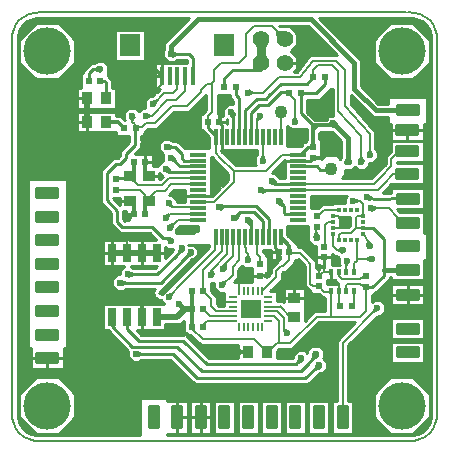
<source format=gbr>
G04 PROTEUS RS274X GERBER FILE*
%FSLAX45Y45*%
%MOMM*%
G01*
%ADD10C,0.304800*%
%ADD11C,0.190500*%
%ADD12C,0.254000*%
%ADD13C,0.203200*%
%ADD14C,0.152400*%
%ADD15C,0.508000*%
%ADD16C,0.381000*%
%ADD17C,0.762000*%
%ADD18C,0.600000*%
%ADD19R,1.480000X0.300000*%
%ADD70R,0.300000X1.480000*%
%ADD71R,0.609600X0.609600*%
%ADD20R,0.609600X0.558800*%
%ADD21R,1.000000X0.900000*%
%AMPPAD014*
4,1,19,
-0.100000,-0.380000,
-0.100000,0.280000,
-0.098010,0.300450,
-0.092290,0.319360,
-0.083190,0.336360,
-0.071090,0.351090,
-0.056360,0.363190,
-0.039360,0.372280,
-0.020450,0.378010,
0.000000,0.380000,
0.020450,0.378010,
0.039360,0.372280,
0.056360,0.363190,
0.071090,0.351090,
0.083190,0.336360,
0.092290,0.319360,
0.098010,0.300450,
0.100000,0.280000,
0.100000,-0.380000,
-0.100000,-0.380000,
0*%
%ADD22PPAD014*%
%AMPPAD015*
4,1,19,
0.380000,-0.100000,
-0.280000,-0.100000,
-0.300450,-0.098010,
-0.319360,-0.092280,
-0.336360,-0.083190,
-0.351090,-0.071090,
-0.363190,-0.056360,
-0.372290,-0.039360,
-0.378010,-0.020450,
-0.380000,0.000000,
-0.378010,0.020450,
-0.372290,0.039360,
-0.363190,0.056360,
-0.351090,0.071090,
-0.336360,0.083190,
-0.319360,0.092280,
-0.300450,0.098010,
-0.280000,0.100000,
0.380000,0.100000,
0.380000,-0.100000,
0*%
%ADD23PPAD015*%
%AMPPAD016*
4,1,19,
0.100000,0.380000,
0.100000,-0.280000,
0.098010,-0.300450,
0.092290,-0.319360,
0.083190,-0.336360,
0.071090,-0.351090,
0.056360,-0.363190,
0.039360,-0.372280,
0.020450,-0.378010,
0.000000,-0.380000,
-0.020450,-0.378010,
-0.039360,-0.372280,
-0.056360,-0.363190,
-0.071090,-0.351090,
-0.083190,-0.336360,
-0.092290,-0.319360,
-0.098010,-0.300450,
-0.100000,-0.280000,
-0.100000,0.380000,
0.100000,0.380000,
0*%
%ADD24PPAD016*%
%AMPPAD017*
4,1,19,
-0.380000,0.100000,
0.280000,0.100000,
0.300450,0.098010,
0.319360,0.092280,
0.336360,0.083190,
0.351090,0.071090,
0.363190,0.056360,
0.372290,0.039360,
0.378010,0.020450,
0.380000,0.000000,
0.378010,-0.020450,
0.372290,-0.039360,
0.363190,-0.056360,
0.351090,-0.071090,
0.336360,-0.083190,
0.319360,-0.092280,
0.300450,-0.098010,
0.280000,-0.100000,
-0.380000,-0.100000,
-0.380000,0.100000,
0*%
%ADD25PPAD017*%
%ADD26R,1.750000X1.590000*%
%ADD27R,0.939800X0.990600*%
%ADD28R,0.558800X0.609600*%
%ADD29R,0.990600X0.939800*%
%ADD72R,0.400000X1.500000*%
%ADD73R,1.800000X1.900000*%
%ADD30C,4.000000*%
%ADD31R,0.350000X0.500000*%
%AMPPAD026*
4,1,36,
-0.279400,1.016000,
0.279400,1.016000,
0.326140,1.011450,
0.369360,0.998360,
0.408240,0.977570,
0.441920,0.949920,
0.469570,0.916240,
0.490360,0.877360,
0.503450,0.834140,
0.508000,0.787400,
0.508000,-0.787400,
0.503450,-0.834140,
0.490360,-0.877360,
0.469570,-0.916240,
0.441920,-0.949920,
0.408240,-0.977570,
0.369360,-0.998360,
0.326140,-1.011450,
0.279400,-1.016000,
-0.279400,-1.016000,
-0.326140,-1.011450,
-0.369360,-0.998360,
-0.408240,-0.977570,
-0.441920,-0.949920,
-0.469570,-0.916240,
-0.490360,-0.877360,
-0.503450,-0.834140,
-0.508000,-0.787400,
-0.508000,0.787400,
-0.503450,0.834140,
-0.490360,0.877360,
-0.469570,0.916240,
-0.441920,0.949920,
-0.408240,0.977570,
-0.369360,0.998360,
-0.326140,1.011450,
-0.279400,1.016000,
0*%
%ADD32PPAD026*%
%AMPPAD027*
4,1,36,
1.016000,0.279400,
1.016000,-0.279400,
1.011450,-0.326140,
0.998360,-0.369360,
0.977570,-0.408240,
0.949920,-0.441920,
0.916240,-0.469570,
0.877360,-0.490360,
0.834140,-0.503450,
0.787400,-0.508000,
-0.787400,-0.508000,
-0.834140,-0.503450,
-0.877360,-0.490360,
-0.916240,-0.469570,
-0.949920,-0.441920,
-0.977570,-0.408240,
-0.998360,-0.369360,
-1.011450,-0.326140,
-1.016000,-0.279400,
-1.016000,0.279400,
-1.011450,0.326140,
-0.998360,0.369360,
-0.977570,0.408240,
-0.949920,0.441920,
-0.916240,0.469570,
-0.877360,0.490360,
-0.834140,0.503450,
-0.787400,0.508000,
0.787400,0.508000,
0.834140,0.503450,
0.877360,0.490360,
0.916240,0.469570,
0.949920,0.441920,
0.977570,0.408240,
0.998360,0.369360,
1.011450,0.326140,
1.016000,0.279400,
0*%
%ADD33PPAD027*%
%ADD34R,0.700000X1.520000*%
%ADD35R,0.450000X0.300000*%
%ADD36R,0.300000X0.450000*%
%ADD37C,1.100000*%
%ADD38C,1.397000*%
%ADD39C,0.000000*%
G36*
X+2500823Y-101865D02*
X+2532856Y-76856D01*
X+2500823Y-35825D01*
X+2468790Y-76856D01*
X+2500823Y-101865D01*
G37*
G36*
X+3050000Y+2150000D02*
X+3020457Y+2177906D01*
X+2984712Y+2140066D01*
X+3030095Y+2114569D01*
X+3050000Y+2150000D01*
G37*
G36*
X+3050823Y+2498135D02*
X+3033185Y+2524534D01*
X+2993673Y+2498135D01*
X+3033185Y+2471736D01*
X+3050823Y+2498135D01*
G37*
G36*
X+3050823Y+1148135D02*
X+3033185Y+1174534D01*
X+2993673Y+1148135D01*
X+3033185Y+1121736D01*
X+3050823Y+1148135D01*
G37*
G36*
X+3050823Y+1548135D02*
X+3044054Y+1588851D01*
X+2992399Y+1580262D01*
X+3012815Y+1532043D01*
X+3050823Y+1548135D01*
G37*
G36*
X+3050823Y+1748135D02*
X+3029447Y+1779673D01*
X+2987396Y+1751171D01*
X+3026532Y+1718783D01*
X+3050823Y+1748135D01*
G37*
G36*
X+3050000Y+1960000D02*
X+3023582Y+1990881D01*
X+2984027Y+1957043D01*
X+3026451Y+1926879D01*
X+3050000Y+1960000D01*
G37*
G36*
X+1810000Y+2900000D02*
X+1836399Y+2917638D01*
X+1810000Y+2957150D01*
X+1783601Y+2917638D01*
X+1810000Y+2900000D01*
G37*
G36*
X+1810000Y+2900000D02*
X+1752863Y+2901183D01*
X+1751628Y+2841628D01*
X+1811183Y+2842863D01*
X+1810000Y+2900000D01*
G37*
G36*
X+2010000Y+3100000D02*
X+2010289Y+3160324D01*
X+1949384Y+3160616D01*
X+1949676Y+3099711D01*
X+2010000Y+3100000D01*
G37*
G36*
X+1810000Y+3100000D02*
X+1783601Y+3082362D01*
X+1810000Y+3042850D01*
X+1836399Y+3082362D01*
X+1810000Y+3100000D01*
G37*
G36*
X+1900823Y+1898135D02*
X+1897245Y+1881210D01*
X+1935439Y+1873135D01*
X+1915765Y+1906853D01*
X+1900823Y+1898135D01*
G37*
G36*
X+902641Y+2655444D02*
X+922058Y+2648950D01*
X+935079Y+2687882D01*
X+896147Y+2674861D01*
X+902641Y+2655444D01*
G37*
G36*
X+893163Y+2553261D02*
X+911160Y+2544912D01*
X+928272Y+2581793D01*
X+888671Y+2572585D01*
X+893163Y+2553261D01*
G37*
G36*
X+1806531Y+1819189D02*
X+1814971Y+1804088D01*
X+1849048Y+1823135D01*
X+1812048Y+1835585D01*
X+1806531Y+1819189D01*
G37*
G36*
X+1030239Y+1713743D02*
X+1020867Y+1696257D01*
X+1056701Y+1677050D01*
X+1049790Y+1717115D01*
X+1030239Y+1713743D01*
G37*
G36*
X+1007892Y+2002799D02*
X+1001946Y+1986554D01*
X+1038605Y+1973135D01*
X+1023921Y+2009306D01*
X+1007892Y+2002799D01*
G37*
G36*
X+1050823Y+2098135D02*
X+1044596Y+2081995D01*
X+1081016Y+2067942D01*
X+1066963Y+2104362D01*
X+1050823Y+2098135D01*
G37*
G36*
X+2422271Y+2387202D02*
X+2411895Y+2397698D01*
X+2385333Y+2371441D01*
X+2422668Y+2372448D01*
X+2422271Y+2387202D01*
G37*
G36*
X+2422271Y+2387202D02*
X+2417221Y+2377487D01*
X+2447974Y+2361499D01*
X+2431986Y+2392252D01*
X+2422271Y+2387202D01*
G37*
G36*
X+2543326Y+2057053D02*
X+2553767Y+2060351D01*
X+2543326Y+2093403D01*
X+2532885Y+2060351D01*
X+2543326Y+2057053D01*
G37*
G36*
X+1390441Y+1100919D02*
X+1408573Y+1108972D01*
X+1392070Y+1146129D01*
X+1372936Y+1110256D01*
X+1390441Y+1100919D01*
G37*
G36*
X+2033474Y+609913D02*
X+2040547Y+629127D01*
X+2002024Y+643310D01*
X+2013871Y+604005D01*
X+2033474Y+609913D01*
G37*
G36*
X+721411Y+2452511D02*
X+703581Y+2443811D01*
X+721411Y+2407271D01*
X+739241Y+2443811D01*
X+721411Y+2452511D01*
G37*
G36*
X+1621790Y+450272D02*
X+1630928Y+431950D01*
X+1667665Y+450272D01*
X+1630928Y+468594D01*
X+1621790Y+450272D01*
G37*
G36*
X+2505288Y+1312153D02*
X+2496150Y+1330475D01*
X+2459413Y+1312153D01*
X+2496150Y+1293831D01*
X+2505288Y+1312153D01*
G37*
G36*
X+2280000Y+1420000D02*
X+2297664Y+1430353D01*
X+2276906Y+1465770D01*
X+2261103Y+1427881D01*
X+2280000Y+1420000D01*
G37*
G36*
X+835623Y+2452976D02*
X+844323Y+2435146D01*
X+880863Y+2452976D01*
X+844323Y+2470806D01*
X+835623Y+2452976D01*
G37*
G36*
X+1703926Y+1567791D02*
X+1693942Y+1553663D01*
X+1725823Y+1531133D01*
X+1721098Y+1569884D01*
X+1703926Y+1567791D01*
G37*
G36*
X+750823Y+438135D02*
X+757832Y+422319D01*
X+793523Y+438135D01*
X+757832Y+453951D01*
X+750823Y+438135D01*
G37*
G36*
X+2300000Y+340000D02*
X+2284018Y+346621D01*
X+2269076Y+310556D01*
X+2305830Y+323713D01*
X+2300000Y+340000D01*
G37*
G36*
X+1470000Y+880000D02*
X+1477828Y+861081D01*
X+1515761Y+876777D01*
X+1480403Y+897635D01*
X+1470000Y+880000D01*
G37*
G36*
X+1490823Y+1158135D02*
X+1511297Y+1158079D01*
X+1511412Y+1199130D01*
X+1478551Y+1174524D01*
X+1490823Y+1158135D01*
G37*
G36*
X+1800823Y+2448135D02*
X+1781155Y+2450736D01*
X+1775823Y+2410431D01*
X+1810875Y+2431031D01*
X+1800823Y+2448135D01*
G37*
G36*
X+1700823Y+2648135D02*
X+1709523Y+2630305D01*
X+1746063Y+2648135D01*
X+1709523Y+2665965D01*
X+1700823Y+2648135D01*
G37*
G36*
X+2730000Y+2120000D02*
X+2747830Y+2128700D01*
X+2730000Y+2165240D01*
X+2712170Y+2128700D01*
X+2730000Y+2120000D01*
G37*
G36*
X+2795375Y+822687D02*
X+2776615Y+829142D01*
X+2763386Y+790698D01*
X+2801830Y+803927D01*
X+2795375Y+822687D01*
G37*
G36*
X+1963312Y+1247819D02*
X+1981111Y+1257938D01*
X+1960823Y+1293626D01*
X+1944521Y+1255949D01*
X+1963312Y+1247819D01*
G37*
G36*
X+1560000Y+2480000D02*
X+1547216Y+2468346D01*
X+1573515Y+2439496D01*
X+1577221Y+2478358D01*
X+1560000Y+2480000D01*
G37*
G36*
X+1482934Y+2457686D02*
X+1463452Y+2463984D01*
X+1450823Y+2424924D01*
X+1489622Y+2438335D01*
X+1482934Y+2457686D01*
G37*
G36*
X+1047080Y+2974179D02*
X+1054089Y+2958363D01*
X+1089780Y+2974179D01*
X+1054089Y+2989995D01*
X+1047080Y+2974179D01*
G37*
G36*
X+1047080Y+2974179D02*
X+1057521Y+2977477D01*
X+1047080Y+3010529D01*
X+1036639Y+2977477D01*
X+1047080Y+2974179D01*
G37*
G36*
X+1012219Y+2191131D02*
X+1019228Y+2175315D01*
X+1054919Y+2191131D01*
X+1019228Y+2206947D01*
X+1012219Y+2191131D01*
G37*
G36*
X+821510Y+2237448D02*
X+803628Y+2227476D01*
X+823623Y+2191622D01*
X+840233Y+2229164D01*
X+821510Y+2237448D01*
G37*
G36*
X+684976Y+1573884D02*
X+703736Y+1565682D01*
X+720183Y+1603295D01*
X+680243Y+1593804D01*
X+684976Y+1573884D01*
G37*
G36*
X+1870000Y+1100000D02*
X+1860125Y+1117935D01*
X+1824163Y+1098135D01*
X+1861615Y+1081322D01*
X+1870000Y+1100000D01*
G37*
G36*
X+2304027Y+1175239D02*
X+2285111Y+1167403D01*
X+2300823Y+1129477D01*
X+2321666Y+1164844D01*
X+2304027Y+1175239D01*
G37*
G36*
X+1454903Y+1869124D02*
X+1435158Y+1863708D01*
X+1446017Y+1824118D01*
X+1471108Y+1856610D01*
X+1454903Y+1869124D01*
G37*
G36*
X+1699805Y+1227114D02*
X+1717635Y+1235814D01*
X+1699805Y+1272354D01*
X+1681975Y+1235814D01*
X+1699805Y+1227114D01*
G37*
G36*
X+1825798Y+2071445D02*
X+1843628Y+2080145D01*
X+1825798Y+2116685D01*
X+1807968Y+2080145D01*
X+1825798Y+2071445D01*
G37*
G36*
X+1030000Y+920000D02*
X+1048956Y+914147D01*
X+1060952Y+952994D01*
X+1022949Y+938544D01*
X+1030000Y+920000D01*
G37*
G36*
X+1117727Y+855682D02*
X+1111500Y+839542D01*
X+1147920Y+825489D01*
X+1133867Y+861909D01*
X+1117727Y+855682D01*
G37*
G36*
X+1050000Y+1390000D02*
X+1056124Y+1406179D01*
X+1019615Y+1420000D01*
X+1033900Y+1383670D01*
X+1050000Y+1390000D01*
G37*
G36*
X+1036410Y+1504020D02*
X+1054776Y+1496518D01*
X+1070152Y+1534155D01*
X+1031023Y+1523114D01*
X+1036410Y+1504020D01*
G37*
G36*
X+1002548Y+1587452D02*
X+1021308Y+1580997D01*
X+1034537Y+1619441D01*
X+996093Y+1606212D01*
X+1002548Y+1587452D01*
G37*
G36*
X+1582900Y+1583307D02*
X+1599040Y+1577080D01*
X+1613093Y+1613500D01*
X+1576673Y+1599447D01*
X+1582900Y+1583307D01*
G37*
G36*
X+1220000Y+1300000D02*
X+1203726Y+1305867D01*
X+1190485Y+1269144D01*
X+1226584Y+1284003D01*
X+1220000Y+1300000D01*
G37*
G36*
X+620000Y+1040000D02*
X+626946Y+1024157D01*
X+662699Y+1039832D01*
X+627071Y+1055788D01*
X+620000Y+1040000D01*
G37*
G36*
X+1453641Y+1681342D02*
X+1461786Y+1666080D01*
X+1496227Y+1684459D01*
X+1459476Y+1697627D01*
X+1453641Y+1681342D01*
G37*
G36*
X+1140000Y+1330000D02*
X+1123258Y+1334355D01*
X+1113430Y+1296574D01*
X+1148019Y+1314672D01*
X+1140000Y+1330000D01*
G37*
G36*
X+680000Y+1110000D02*
X+686924Y+1094147D01*
X+722699Y+1109772D01*
X+687093Y+1125778D01*
X+680000Y+1110000D01*
G37*
G36*
X+1480000Y+1020000D02*
X+1498348Y+1012454D01*
X+1513813Y+1050056D01*
X+1474658Y+1039107D01*
X+1480000Y+1020000D01*
G37*
G36*
X+1960000Y+1730000D02*
X+1953581Y+1713936D01*
X+1989832Y+1699449D01*
X+1976213Y+1736035D01*
X+1960000Y+1730000D01*
G37*
G36*
X+2660000Y+2060000D02*
X+2677830Y+2068700D01*
X+2660000Y+2105240D01*
X+2642170Y+2068700D01*
X+2660000Y+2060000D01*
G37*
G36*
X+2590000Y+1730000D02*
X+2599138Y+1711678D01*
X+2635875Y+1730000D01*
X+2599138Y+1748322D01*
X+2590000Y+1730000D01*
G37*
G36*
X+2710000Y+1760000D02*
X+2714313Y+1743247D01*
X+2752119Y+1752981D01*
X+2719513Y+1774449D01*
X+2710000Y+1760000D01*
G37*
G36*
X+2100823Y+2398135D02*
X+2118653Y+2406835D01*
X+2100823Y+2443375D01*
X+2082993Y+2406835D01*
X+2100823Y+2398135D01*
G37*
G36*
X+2271346Y+436956D02*
X+2254375Y+440313D01*
X+2246799Y+402017D01*
X+2280258Y+422129D01*
X+2271346Y+436956D01*
G37*
G36*
X+2748165Y+1236247D02*
X+2740478Y+1255224D01*
X+2702428Y+1239810D01*
X+2737631Y+1218690D01*
X+2748165Y+1236247D01*
G37*
G36*
X+2540047Y+1225819D02*
X+2520515Y+1219680D01*
X+2532823Y+1180517D01*
X+2556701Y+1213910D01*
X+2540047Y+1225819D01*
G37*
G36*
X+2150823Y+400000D02*
X+2134353Y+405294D01*
X+2122407Y+368129D01*
X+2157963Y+384243D01*
X+2150823Y+400000D01*
G37*
G36*
X+2730000Y+1350000D02*
X+2743120Y+1365718D01*
X+2711605Y+1392025D01*
X+2709551Y+1351024D01*
X+2730000Y+1350000D01*
G37*
G36*
X+2744740Y+1667174D02*
X+2753878Y+1648852D01*
X+2790615Y+1667174D01*
X+2753878Y+1685496D01*
X+2744740Y+1667174D01*
G37*
G36*
X+674332Y+1429095D02*
X+655910Y+1420161D01*
X+673823Y+1383223D01*
X+692551Y+1419754D01*
X+674332Y+1429095D01*
G37*
G36*
X+2070823Y+2338135D02*
X+2200823Y+2338135D01*
X+2200823Y+2246554D01*
X+2192403Y+2246554D01*
X+2192403Y+2228774D01*
X+2189367Y+2228774D01*
X+2188728Y+2228135D01*
X+2160823Y+2228135D01*
X+2160823Y+2200230D01*
X+2158728Y+2198135D01*
X+2030823Y+2198135D01*
X+2030823Y+2368135D01*
X+2070823Y+2338135D01*
G37*
G36*
X+2420823Y+2448135D02*
X+2370823Y+2448135D01*
X+2370823Y+2417811D01*
X+2367595Y+2414620D01*
X+2265694Y+2414620D01*
X+2200823Y+2479491D01*
X+2200823Y+2588135D01*
X+2310823Y+2588135D01*
X+2400823Y+2678135D01*
X+2420823Y+2678135D01*
X+2420823Y+2448135D01*
G37*
G36*
X+1280000Y+1480000D02*
X+1240000Y+1480000D01*
X+1240000Y+1460000D01*
X+1090000Y+1460000D01*
X+1090000Y+1475672D01*
X+1094349Y+1480021D01*
X+1094349Y+1492645D01*
X+1095526Y+1495526D01*
X+1120000Y+1520000D01*
X+1280000Y+1520000D01*
X+1280000Y+1480000D01*
G37*
G36*
X+1370000Y+1340000D02*
X+1007939Y+977939D01*
X+1006001Y+977939D01*
X+972061Y+943999D01*
X+972061Y+942061D01*
X+970000Y+940000D01*
X+950000Y+950000D01*
X+1220000Y+1220000D01*
X+1220000Y+1237347D01*
X+1231452Y+1242061D01*
X+1243999Y+1242061D01*
X+1277939Y+1276001D01*
X+1277939Y+1323999D01*
X+1243999Y+1357939D01*
X+1196001Y+1357939D01*
X+1195000Y+1356938D01*
X+1191938Y+1360000D01*
X+1370000Y+1360000D01*
X+1370000Y+1340000D01*
G37*
G36*
X+3094445Y+3276165D02*
X+3138781Y+3265957D01*
X+3174106Y+3250107D01*
X+3201623Y+3229209D01*
X+3222902Y+3202790D01*
X+3238750Y+3169490D01*
X+3248879Y+3128031D01*
X+3252563Y+3076422D01*
X+3252563Y-50164D01*
X+3248893Y-101831D01*
X+3238839Y-143440D01*
X+3223188Y-176935D01*
X+3202390Y-203430D01*
X+3175892Y-224231D01*
X+3142398Y-239881D01*
X+3100789Y-249935D01*
X+3049122Y-253605D01*
X+1015122Y-253605D01*
X+1015122Y-241564D01*
X+1189722Y-241564D01*
X+1189722Y+37834D01*
X+1015122Y+37834D01*
X+1015122Y+63234D01*
X+786524Y+63234D01*
X+786524Y-253605D01*
X-47476Y-253605D01*
X-99143Y-249935D01*
X-140752Y-239881D01*
X-174246Y-224231D01*
X-200744Y-203430D01*
X-221542Y-176935D01*
X-237193Y-143440D01*
X-247247Y-101831D01*
X-250917Y-50164D01*
X-250917Y+3076434D01*
X-247247Y+3128101D01*
X-237193Y+3169710D01*
X-221542Y+3203205D01*
X-200744Y+3229700D01*
X-174246Y+3250501D01*
X-140752Y+3266151D01*
X-99143Y+3276205D01*
X-47476Y+3279875D01*
X+1201743Y+3279875D01*
X+989931Y+3068063D01*
X+989931Y+3019338D01*
X+987160Y+3010566D01*
X+978981Y+3002387D01*
X+978981Y+2945971D01*
X+1018872Y+2906080D01*
X+1075288Y+2906080D01*
X+1086268Y+2917060D01*
X+1100530Y+2923380D01*
X+1178617Y+2923380D01*
X+1181768Y+2920229D01*
X+1181768Y+2901234D01*
X+912724Y+2901234D01*
X+912724Y+2683144D01*
X+891167Y+2683144D01*
X+874941Y+2666918D01*
X+874941Y+2643970D01*
X+891167Y+2627744D01*
X+905975Y+2627744D01*
X+903904Y+2625673D01*
X+885354Y+2621360D01*
X+864955Y+2621360D01*
X+825064Y+2581469D01*
X+825064Y+2525053D01*
X+829042Y+2521075D01*
X+807415Y+2521075D01*
X+778284Y+2491944D01*
X+749619Y+2520610D01*
X+693203Y+2520610D01*
X+653312Y+2480719D01*
X+653312Y+2424303D01*
X+660901Y+2416714D01*
X+657676Y+2416714D01*
X+622916Y+2451474D01*
X+585912Y+2451474D01*
X+585912Y+2485764D01*
X+255734Y+2485764D01*
X+255734Y+2310506D01*
X+584784Y+2310506D01*
X+584784Y+2279556D01*
X+693349Y+2279556D01*
X+693349Y+2227575D01*
X+617582Y+2151808D01*
X+617582Y+2115728D01*
X+596829Y+2094975D01*
X+560749Y+2094975D01*
X+455224Y+1989450D01*
X+455224Y+1714855D01*
X+541815Y+1628264D01*
X+541815Y+1535259D01*
X+614868Y+1462206D01*
X+865954Y+1462206D01*
X+923926Y+1404234D01*
X+688645Y+1404234D01*
X+702032Y+1417621D01*
X+702032Y+1440569D01*
X+685806Y+1456795D01*
X+662858Y+1456795D01*
X+646632Y+1440569D01*
X+646632Y+1417621D01*
X+660019Y+1404234D01*
X+473724Y+1404234D01*
X+473724Y+1176036D01*
X+649729Y+1176036D01*
X+611901Y+1138208D01*
X+611901Y+1108099D01*
X+591792Y+1108099D01*
X+551901Y+1068208D01*
X+551901Y+1011792D01*
X+591792Y+971901D01*
X+648208Y+971901D01*
X+659090Y+982783D01*
X+673099Y+988925D01*
X+916179Y+988021D01*
X+895691Y+967533D01*
X+904021Y+916194D01*
X+961950Y+887230D01*
X+965833Y+887860D01*
X+991459Y+862234D01*
X+473724Y+862234D01*
X+473724Y+634036D01*
X+512441Y+634036D01*
X+682724Y+463753D01*
X+682724Y+409927D01*
X+722615Y+370036D01*
X+779031Y+370036D01*
X+790011Y+381016D01*
X+804273Y+387336D01*
X+1039782Y+387336D01*
X+1247917Y+179201D01*
X+2204788Y+179201D01*
X+2297247Y+266686D01*
X+2311815Y+271901D01*
X+2328208Y+271901D01*
X+2368099Y+311792D01*
X+2368099Y+368208D01*
X+2333502Y+402805D01*
X+2339445Y+408748D01*
X+2339445Y+465164D01*
X+2299554Y+505055D01*
X+2243138Y+505055D01*
X+2203247Y+465164D01*
X+2203247Y+443883D01*
X+2179031Y+468099D01*
X+2122615Y+468099D01*
X+2082724Y+428208D01*
X+2082724Y+410675D01*
X+2079550Y+400799D01*
X+1948437Y+400799D01*
X+1948437Y+461707D01*
X+1963006Y+476276D01*
X+2075099Y+476276D01*
X+2300564Y+701741D01*
X+2606181Y+701741D01*
X+2452564Y+548124D01*
X+2452564Y+37834D01*
X+2411924Y+37834D01*
X+2411924Y-241564D01*
X+2589722Y-241564D01*
X+2589722Y+37834D01*
X+2549082Y+37834D01*
X+2549082Y+508146D01*
X+2789629Y+748693D01*
X+2806759Y+754588D01*
X+2823583Y+754588D01*
X+2863474Y+794479D01*
X+2863474Y+850895D01*
X+2823583Y+890786D01*
X+2767167Y+890786D01*
X+2749082Y+872701D01*
X+2749082Y+932096D01*
X+2769402Y+932096D01*
X+2769402Y+947336D01*
X+2771864Y+947336D01*
X+2898504Y+1073976D01*
X+2898504Y+1090986D01*
X+2911124Y+1090986D01*
X+2911124Y+1059236D01*
X+3190522Y+1059236D01*
X+3190522Y+1233836D01*
X+3215922Y+1233836D01*
X+3215922Y+1462434D01*
X+3190522Y+1462434D01*
X+3190522Y+1637034D01*
X+2988600Y+1637034D01*
X+2986776Y+1637953D01*
X+2965493Y+1659236D01*
X+3190522Y+1659236D01*
X+3190522Y+1837034D01*
X+2911124Y+1837034D01*
X+2911124Y+1801560D01*
X+2844534Y+1801201D01*
X+2914434Y+1871101D01*
X+3189699Y+1871101D01*
X+3189699Y+2048899D01*
X+2962263Y+2048899D01*
X+2962263Y+2061101D01*
X+3189699Y+2061101D01*
X+3189699Y+2238899D01*
X+2910301Y+2238899D01*
X+2910301Y+2150931D01*
X+2865745Y+2106375D01*
X+2865745Y+2044083D01*
X+2743056Y+1921394D01*
X+2491665Y+1921394D01*
X+2519322Y+1949051D01*
X+2519322Y+1988954D01*
X+2571534Y+1988954D01*
X+2603136Y+2020556D01*
X+2631792Y+1991901D01*
X+2688208Y+1991901D01*
X+2728099Y+2031792D01*
X+2728099Y+2051901D01*
X+2758208Y+2051901D01*
X+2798099Y+2091792D01*
X+2798099Y+2148208D01*
X+2786205Y+2160102D01*
X+2778259Y+2176386D01*
X+2778259Y+2318329D01*
X+2569082Y+2553969D01*
X+2569082Y+2629056D01*
X+2757151Y+2440987D01*
X+2885724Y+2440987D01*
X+2885724Y+2383836D01*
X+2910301Y+2383836D01*
X+2910301Y+2241101D01*
X+3189699Y+2241101D01*
X+3189699Y+2383836D01*
X+3215922Y+2383836D01*
X+3215922Y+2612434D01*
X+2885724Y+2612434D01*
X+2885724Y+2555283D01*
X+2804495Y+2555283D01*
X+2657149Y+2702629D01*
X+2657149Y+2923672D01*
X+2300946Y+3279875D01*
X+3039212Y+3279875D01*
X+3094445Y+3276165D01*
G37*
%LPC*%
G36*
X+828922Y+2915036D02*
X+572724Y+2915036D01*
X+572724Y+3181234D01*
X+828922Y+3181234D01*
X+828922Y+2915036D01*
G37*
G36*
X-237276Y-100489D02*
X-237276Y+96759D01*
X-97801Y+236234D01*
X+99447Y+236234D01*
X+238922Y+96759D01*
X+238922Y-100489D01*
X+99447Y-239964D01*
X-97801Y-239964D01*
X-237276Y-100489D01*
G37*
G36*
X-237276Y+2899511D02*
X-237276Y+3096759D01*
X-97801Y+3236234D01*
X+99447Y+3236234D01*
X+238922Y+3096759D01*
X+238922Y+2899511D01*
X+99447Y+2760036D01*
X-97801Y+2760036D01*
X-237276Y+2899511D01*
G37*
G36*
X+2762724Y+2899511D02*
X+2762724Y+3096759D01*
X+2902199Y+3236234D01*
X+3099447Y+3236234D01*
X+3238922Y+3096759D01*
X+3238922Y+2899511D01*
X+3099447Y+2760036D01*
X+2902199Y+2760036D01*
X+2762724Y+2899511D01*
G37*
G36*
X+2762724Y-100489D02*
X+2762724Y+96759D01*
X+2902199Y+236234D01*
X+3099447Y+236234D01*
X+3238922Y+96759D01*
X+3238922Y-100489D01*
X+3099447Y-239964D01*
X+2902199Y-239964D01*
X+2762724Y-100489D01*
G37*
G36*
X+1411924Y+37834D02*
X+1589722Y+37834D01*
X+1589722Y-241564D01*
X+1411924Y-241564D01*
X+1411924Y+37834D01*
G37*
G36*
X+1611924Y+37834D02*
X+1789722Y+37834D01*
X+1789722Y-241564D01*
X+1611924Y-241564D01*
X+1611924Y+37834D01*
G37*
G36*
X+1811924Y+37834D02*
X+1989722Y+37834D01*
X+1989722Y-241564D01*
X+1811924Y-241564D01*
X+1811924Y+37834D01*
G37*
G36*
X+2011924Y+37834D02*
X+2189722Y+37834D01*
X+2189722Y-241564D01*
X+2011924Y-241564D01*
X+2011924Y+37834D01*
G37*
G36*
X+2211924Y+37834D02*
X+2389722Y+37834D01*
X+2389722Y-241564D01*
X+2211924Y-241564D01*
X+2211924Y+37834D01*
G37*
G36*
X+165922Y+1683836D02*
X+165922Y+483836D01*
X+140522Y+483836D01*
X+140522Y+309236D01*
X-138876Y+309236D01*
X-138876Y+483836D01*
X-164276Y+483836D01*
X-164276Y+1912434D01*
X+165922Y+1912434D01*
X+165922Y+1683836D01*
G37*
G36*
X+2911124Y+359236D02*
X+2911124Y+537034D01*
X+3190522Y+537034D01*
X+3190522Y+359236D01*
X+2911124Y+359236D01*
G37*
G36*
X+2911124Y+559236D02*
X+2911124Y+737034D01*
X+3190522Y+737034D01*
X+3190522Y+559236D01*
X+2911124Y+559236D01*
G37*
G36*
X+518099Y+2878208D02*
X+518099Y+2821792D01*
X+513021Y+2816714D01*
X+516862Y+2816714D01*
X+516862Y+2786609D01*
X+546184Y+2757287D01*
X+546184Y+2685764D01*
X+585912Y+2685764D01*
X+585912Y+2510506D01*
X+255734Y+2510506D01*
X+255734Y+2685764D01*
X+284784Y+2685764D01*
X+284784Y+2816714D01*
X+300025Y+2816714D01*
X+300025Y+2830734D01*
X+368650Y+2900799D01*
X+396550Y+2900799D01*
X+410812Y+2907119D01*
X+421792Y+2918099D01*
X+478208Y+2918099D01*
X+518099Y+2878208D01*
G37*
G36*
X+1389722Y-241564D02*
X+1211924Y-241564D01*
X+1211924Y+37834D01*
X+1389722Y+37834D01*
X+1389722Y-241564D01*
G37*
G36*
X+2911124Y+849236D02*
X+2911124Y+1027034D01*
X+3190522Y+1027034D01*
X+3190522Y+849236D01*
X+2911124Y+849236D01*
G37*
G36*
X+535309Y+2795410D02*
X+535309Y+2818358D01*
X+551535Y+2834584D01*
X+574483Y+2834584D01*
X+590709Y+2818358D01*
X+590709Y+2795410D01*
X+574483Y+2779184D01*
X+551535Y+2779184D01*
X+535309Y+2795410D01*
G37*
%LPD*%
G36*
X+563009Y+2806884D02*
X+579149Y+2800657D01*
X+593202Y+2837077D01*
X+556782Y+2823024D01*
X+563009Y+2806884D01*
G37*
G36*
X+450000Y+2850000D02*
X+442991Y+2865816D01*
X+407300Y+2850000D01*
X+442991Y+2834184D01*
X+450000Y+2850000D01*
G37*
G36*
X+2452787Y+2966394D02*
X+2240338Y+2966394D01*
X+2220407Y+2956739D01*
X+2117445Y+2826394D01*
X+2089057Y+2826394D01*
X+2117949Y+2855286D01*
X+2117949Y+2944714D01*
X+2062663Y+3000000D01*
X+2117949Y+3055286D01*
X+2117949Y+3144714D01*
X+2054714Y+3207949D01*
X+2010100Y+3207949D01*
X+1969205Y+3208145D01*
X+1964499Y+3212851D01*
X+2206330Y+3212851D01*
X+2452787Y+2966394D01*
G37*
G36*
X+930341Y+2652110D02*
X+930341Y+2666918D01*
X+922223Y+2675036D01*
X+953267Y+2675036D01*
X+930341Y+2652110D01*
G37*
G36*
X+1549067Y+2626900D02*
X+1549067Y+2605859D01*
X+1575024Y+2579902D01*
X+1575024Y+2548099D01*
X+1531792Y+2548099D01*
X+1491901Y+2508208D01*
X+1491901Y+2485386D01*
X+1471460Y+2485386D01*
X+1455234Y+2469160D01*
X+1455234Y+2466714D01*
X+1441883Y+2466714D01*
X+1441883Y+2629556D01*
X+1549067Y+2629556D01*
X+1549067Y+2626900D01*
G37*
G36*
X+1525024Y+2417286D02*
X+1525024Y+2384234D01*
X+1519402Y+2384234D01*
X+1519402Y+2423453D01*
X+1525024Y+2417286D01*
G37*
G36*
X+1346635Y+2503097D02*
X+1313199Y+2469661D01*
X+1313199Y+2466714D01*
X+1292244Y+2466714D01*
X+1292244Y+2329556D01*
X+1310024Y+2329556D01*
X+1310024Y+2328601D01*
X+1368324Y+2270301D01*
X+1372724Y+2257687D01*
X+1372724Y+2176234D01*
X+1164724Y+2176234D01*
X+1164724Y+2176099D01*
X+1098893Y+2241930D01*
X+1065669Y+2241930D01*
X+1051407Y+2248250D01*
X+1040427Y+2259230D01*
X+984011Y+2259230D01*
X+944120Y+2219339D01*
X+944120Y+2162923D01*
X+982724Y+2124319D01*
X+982724Y+2070898D01*
X+979684Y+2070898D01*
X+939793Y+2031007D01*
X+939793Y+2029034D01*
X+892202Y+2029034D01*
X+892202Y+2129814D01*
X+739268Y+2129814D01*
X+794947Y+2185493D01*
X+794947Y+2224837D01*
X+810036Y+2209748D01*
X+832984Y+2209748D01*
X+849210Y+2225974D01*
X+849210Y+2248922D01*
X+832984Y+2265148D01*
X+810036Y+2265148D01*
X+794947Y+2250059D01*
X+794947Y+2279556D01*
X+816862Y+2279556D01*
X+816862Y+2308703D01*
X+822133Y+2308703D01*
X+855038Y+2341608D01*
X+928440Y+2341608D01*
X+1073982Y+2487150D01*
X+1204501Y+2487151D01*
X+1346635Y+2629285D01*
X+1346635Y+2503097D01*
G37*
G36*
X+2413794Y+2314859D02*
X+2486177Y+2242476D01*
X+2486177Y+2102212D01*
X+2483406Y+2093440D01*
X+2478254Y+2088288D01*
X+2449907Y+2116634D01*
X+2351739Y+2116634D01*
X+2319402Y+2084297D01*
X+2319402Y+2166714D01*
X+2319401Y+2166714D01*
X+2319401Y+2256714D01*
X+2304740Y+2256714D01*
X+2304740Y+2307390D01*
X+2315452Y+2318102D01*
X+2407556Y+2318102D01*
X+2413794Y+2314859D01*
G37*
%LPC*%
G36*
X+2386647Y+2188557D02*
X+2386647Y+2211505D01*
X+2402873Y+2227731D01*
X+2425821Y+2227731D01*
X+2442047Y+2211505D01*
X+2442047Y+2188557D01*
X+2425821Y+2172331D01*
X+2402873Y+2172331D01*
X+2386647Y+2188557D01*
G37*
%LPD*%
G36*
X+2414347Y+2200031D02*
X+2400805Y+2205901D01*
X+2385950Y+2171634D01*
X+2420217Y+2186489D01*
X+2414347Y+2200031D01*
G37*
G36*
X+1777539Y+2127831D02*
X+1769593Y+2111547D01*
X+1757699Y+2099653D01*
X+1757699Y+2043237D01*
X+1769799Y+2031137D01*
X+1597462Y+2031137D01*
X+1474082Y+2154517D01*
X+1474082Y+2160036D01*
X+1777539Y+2160036D01*
X+1777539Y+2127831D01*
G37*
G36*
X+2012724Y+1970036D02*
X+2012724Y+1923934D01*
X+1968922Y+1923934D01*
X+1968922Y+1926343D01*
X+1929031Y+1966234D01*
X+1903062Y+1966234D01*
X+2011662Y+2074834D01*
X+2012724Y+2074834D01*
X+2012724Y+1970036D01*
G37*
G36*
X+976782Y+1937602D02*
X+955718Y+1916537D01*
X+948522Y+1916537D01*
X+948522Y+1965862D01*
X+976782Y+1937602D01*
G37*
G36*
X+1391699Y+2100404D02*
X+1529214Y+1962888D01*
X+1529214Y+1907462D01*
X+1482603Y+1860851D01*
X+1482603Y+1880598D01*
X+1466377Y+1896824D01*
X+1443429Y+1896824D01*
X+1427203Y+1880598D01*
X+1427203Y+1857650D01*
X+1443429Y+1841424D01*
X+1463176Y+1841424D01*
X+1393146Y+1771394D01*
X+1388922Y+1771394D01*
X+1388922Y+2103181D01*
X+1391699Y+2100404D01*
G37*
G36*
X+1164724Y+1820036D02*
X+1164724Y+1723634D01*
X+1098338Y+1723634D01*
X+1098338Y+1741951D01*
X+1058447Y+1781842D01*
X+1028596Y+1781842D01*
X+1071630Y+1824876D01*
X+1164724Y+1824876D01*
X+1164724Y+1820036D01*
G37*
G36*
X+616324Y+1697435D02*
X+559863Y+1753896D01*
X+616324Y+1753896D01*
X+616324Y+1697435D01*
G37*
G36*
X+2521901Y+1758208D02*
X+2521901Y+1716599D01*
X+2416901Y+1716599D01*
X+2416901Y+1702489D01*
X+2325138Y+1702489D01*
X+2291228Y+1668579D01*
X+2236922Y+1668579D01*
X+2236922Y+1774876D01*
X+2538569Y+1774876D01*
X+2521901Y+1758208D01*
G37*
%LPC*%
G36*
X+2272300Y+1708526D02*
X+2272300Y+1731474D01*
X+2288526Y+1747700D01*
X+2311474Y+1747700D01*
X+2327700Y+1731474D01*
X+2327700Y+1708526D01*
X+2311474Y+1692300D01*
X+2288526Y+1692300D01*
X+2272300Y+1708526D01*
G37*
%LPD*%
G36*
X+665044Y+1593126D02*
X+657276Y+1585358D01*
X+657276Y+1563804D01*
X+656950Y+1563804D01*
X+643413Y+1577341D01*
X+643413Y+1646836D01*
X+665044Y+1646836D01*
X+665044Y+1593126D01*
G37*
G36*
X+2562376Y+1522588D02*
X+2549591Y+1509163D01*
X+2477599Y+1509163D01*
X+2477599Y+1538796D01*
X+2487302Y+1529093D01*
X+2510250Y+1529093D01*
X+2526476Y+1545319D01*
X+2526476Y+1568267D01*
X+2510250Y+1584493D01*
X+2487302Y+1584493D01*
X+2477599Y+1574790D01*
X+2477599Y+1595401D01*
X+2562376Y+1595401D01*
X+2562376Y+1522588D01*
G37*
G36*
X+1021792Y+1321901D02*
X+1067530Y+1321901D01*
X+1067528Y+1321895D01*
X+1052406Y+1301558D01*
X+1000922Y+1250074D01*
X+1000922Y+1342771D01*
X+1021792Y+1321901D01*
G37*
G36*
X+2420887Y+1273077D02*
X+2439681Y+1264529D01*
X+2448198Y+1264529D01*
X+2464969Y+1256165D01*
X+2471948Y+1249186D01*
X+2471948Y+1197611D01*
X+2478325Y+1191234D01*
X+2414939Y+1191234D01*
X+2414939Y+1279899D01*
X+2420887Y+1273077D01*
G37*
G36*
X+2347224Y+1166714D02*
X+2331727Y+1166714D01*
X+2331727Y+1185093D01*
X+2347224Y+1185093D01*
X+2347224Y+1166714D01*
G37*
G36*
X+2211421Y+1441421D02*
X+2211901Y+1441421D01*
X+2211901Y+1391792D01*
X+2251792Y+1351901D01*
X+2277781Y+1351901D01*
X+2277781Y+1188167D01*
X+2276327Y+1186713D01*
X+2276327Y+1166714D01*
X+2273653Y+1166714D01*
X+2273653Y+1218131D01*
X+2228359Y+1268991D01*
X+2159472Y+1337878D01*
X+2119402Y+1337878D01*
X+2119402Y+1366714D01*
X+2104162Y+1366714D01*
X+2104162Y+1371228D01*
X+2028922Y+1446468D01*
X+2028922Y+1520036D01*
X+2211421Y+1520036D01*
X+2211421Y+1441421D01*
G37*
G36*
X+910426Y+1159578D02*
X+733504Y+1160610D01*
X+719322Y+1166985D01*
X+710271Y+1176036D01*
X+926884Y+1176036D01*
X+910426Y+1159578D01*
G37*
G36*
X+1892244Y+1229556D02*
X+1942401Y+1229556D01*
X+1951838Y+1220119D01*
X+1952768Y+1220119D01*
X+1892376Y+1159727D01*
X+1892376Y+1116798D01*
X+1881474Y+1127700D01*
X+1869402Y+1127700D01*
X+1869402Y+1264174D01*
X+1852072Y+1264174D01*
X+1852072Y+1274125D01*
X+1823447Y+1302750D01*
X+1823447Y+1312036D01*
X+1892244Y+1312036D01*
X+1892244Y+1229556D01*
G37*
G36*
X+1671597Y+1159015D02*
X+1728013Y+1159015D01*
X+1732244Y+1163246D01*
X+1732244Y+1042876D01*
X+1578838Y+1042876D01*
X+1609788Y+1070799D01*
X+1618259Y+1089664D01*
X+1618259Y+1148243D01*
X+1649195Y+1181417D01*
X+1671597Y+1159015D01*
G37*
%LPC*%
G36*
X+1657928Y+1084350D02*
X+1657928Y+1107298D01*
X+1674154Y+1123524D01*
X+1697102Y+1123524D01*
X+1713328Y+1107298D01*
X+1713328Y+1084350D01*
X+1697102Y+1068124D01*
X+1674154Y+1068124D01*
X+1657928Y+1084350D01*
G37*
%LPD*%
G36*
X+1685628Y+1095824D02*
X+1694766Y+1077502D01*
X+1731503Y+1095824D01*
X+1694766Y+1114146D01*
X+1685628Y+1095824D01*
G37*
G36*
X+1685628Y+1095824D02*
X+1669072Y+1107869D01*
X+1644919Y+1074674D01*
X+1685965Y+1075352D01*
X+1685628Y+1095824D01*
G37*
G36*
X+2435148Y+1058995D02*
X+2462909Y+1031234D01*
X+2369402Y+1031234D01*
X+2369402Y+1065036D01*
X+2429107Y+1065036D01*
X+2435148Y+1058995D01*
G37*
G36*
X+1411901Y+991792D02*
X+1451792Y+951901D01*
X+1496470Y+951901D01*
X+1496470Y+892704D01*
X+1481474Y+907700D01*
X+1458526Y+907700D01*
X+1442300Y+891474D01*
X+1442300Y+868526D01*
X+1458526Y+852300D01*
X+1481474Y+852300D01*
X+1496470Y+867296D01*
X+1496470Y+844401D01*
X+1452005Y+844401D01*
X+1435288Y+861118D01*
X+1435288Y+921408D01*
X+1388608Y+968088D01*
X+1388608Y+1032820D01*
X+1411901Y+1032820D01*
X+1411901Y+991792D01*
G37*
G36*
X+2159069Y+1203581D02*
X+2178405Y+1181869D01*
X+2178405Y+1011427D01*
X+2229320Y+960512D01*
X+2232244Y+960512D01*
X+2232244Y+939556D01*
X+2302052Y+939556D01*
X+2325471Y+916137D01*
X+2347224Y+916137D01*
X+2347224Y+905036D01*
X+2355199Y+905036D01*
X+2355199Y+798259D01*
X+2260586Y+798259D01*
X+2180152Y+717825D01*
X+2180152Y+990624D01*
X+2004894Y+990624D01*
X+2004894Y+872325D01*
X+1990949Y+886270D01*
X+1951497Y+886270D01*
X+1949628Y+884401D01*
X+1948668Y+884401D01*
X+1948668Y+964876D01*
X+1888018Y+964876D01*
X+1987624Y+1064482D01*
X+1987624Y+1120275D01*
X+1997976Y+1130627D01*
X+2017977Y+1130627D01*
X+2097624Y+1210274D01*
X+2097624Y+1229556D01*
X+2119402Y+1229556D01*
X+2119402Y+1242630D01*
X+2120020Y+1242630D01*
X+2159069Y+1203581D01*
G37*
G36*
X+1156530Y+598934D02*
X+795976Y+598934D01*
X+760874Y+634036D01*
X+1000922Y+634036D01*
X+1000922Y+684636D01*
X+1124427Y+684636D01*
X+1156530Y+716738D01*
X+1156530Y+598934D01*
G37*
G36*
X+1287131Y+524033D02*
X+1287131Y+524034D01*
X+1301026Y+511108D01*
X+1618259Y+511108D01*
X+1618259Y+477972D01*
X+1610316Y+477972D01*
X+1594090Y+461746D01*
X+1594090Y+438798D01*
X+1610316Y+422572D01*
X+1618259Y+422572D01*
X+1618259Y+400799D01*
X+1369999Y+400799D01*
X+1172600Y+598198D01*
X+1207403Y+598198D01*
X+1287131Y+524033D01*
G37*
D10*
X+1222569Y+816777D02*
X+1222569Y+966777D01*
D11*
X+1572569Y+796777D02*
X+1432279Y+796777D01*
X+1431182Y+797874D01*
X+1387664Y+841392D01*
X+1387664Y+871128D01*
X+1387664Y+901682D01*
X+1322569Y+966777D01*
D10*
X+733623Y+1616735D02*
X+733623Y+1720478D01*
X+729024Y+1725077D01*
X+704423Y+1729935D01*
X+733623Y+2061235D02*
X+733623Y+1976569D01*
X+734251Y+1975941D01*
X+704423Y+1945935D01*
D12*
X+581223Y+1919935D02*
X+589146Y+1927858D01*
X+654423Y+1927858D01*
X+704423Y+1945935D01*
D13*
X+704423Y+1928418D01*
X+764563Y+1868278D01*
X+975707Y+1868278D01*
X+1031106Y+1923677D01*
X+1252181Y+1923677D01*
X+1254323Y+1921535D01*
X+1276823Y+1923135D01*
X+1276823Y+1873135D02*
X+1051641Y+1873135D01*
X+994521Y+1816015D01*
X+923442Y+1816015D01*
X+882362Y+1774935D01*
X+860423Y+1729935D01*
X+581223Y+1819935D02*
X+784423Y+1819935D01*
X+827278Y+1777080D01*
X+827278Y+1760616D01*
X+860423Y+1729935D01*
D14*
X+1624902Y+994637D02*
X+1626731Y+992808D01*
X+1624902Y+981371D01*
D11*
X+1872569Y+836777D02*
X+1969354Y+836777D01*
X+1971223Y+838646D01*
X+2067123Y+742746D01*
X+2067123Y+740435D01*
X+2092523Y+745535D01*
X+1572569Y+756777D02*
X+1376596Y+756777D01*
X+1347076Y+786297D01*
X+1322569Y+816777D01*
D12*
X+1047080Y+2974179D02*
X+1196666Y+2974179D01*
X+1198162Y+2975675D01*
X+1232567Y+2941270D01*
X+1232567Y+2936782D01*
X+1232567Y+2789879D01*
X+1230823Y+2788135D01*
D10*
X+2050823Y+1298135D02*
X+2050823Y+1349135D01*
X+1975823Y+1424135D01*
D12*
X+2124823Y+2073135D02*
X+2225823Y+2073135D01*
X+2250823Y+2098135D01*
X+2250822Y+2188135D02*
X+2206200Y+2188135D01*
X+2156200Y+2138135D01*
X+2124823Y+2123135D01*
X+2124823Y+1873135D02*
X+1925823Y+1873135D01*
X+1900823Y+1898135D01*
D10*
X+1222569Y+680021D02*
X+1222569Y+816777D01*
D15*
X+927823Y+1290135D02*
X+800823Y+1290135D01*
X+673823Y+1290135D01*
X+546823Y+1290135D01*
D13*
X+2402823Y+1081141D02*
X+2402823Y+1128135D01*
D12*
X+1925823Y+1424135D02*
X+1925823Y+1333135D01*
X+1960823Y+1298135D01*
D11*
X+2300823Y+1008135D02*
X+2345197Y+963761D01*
X+2385323Y+963761D01*
X+2402823Y+968135D01*
D13*
X+2468823Y+968135D02*
X+2468823Y+1015141D01*
X+2443326Y+1040638D01*
X+2402823Y+1081141D01*
D11*
X+1775823Y+1424135D02*
X+1775823Y+1283024D01*
X+1804449Y+1254398D01*
X+1804449Y+1201761D01*
X+1800823Y+1198135D01*
X+1624902Y+994637D02*
X+1624902Y+981371D01*
X+1622569Y+966777D01*
X+3050000Y+2330000D02*
X+3047915Y+2330000D01*
D13*
X+1908769Y+2040189D02*
X+1991673Y+2123093D01*
X+2094820Y+2123093D01*
X+2099655Y+2118258D01*
X+2124823Y+2123135D01*
D11*
X+902641Y+2655444D02*
X+976170Y+2728973D01*
X+976170Y+2744112D01*
X+970823Y+2788135D01*
D13*
X+893163Y+2553261D02*
X+899740Y+2553261D01*
X+990160Y+2643681D01*
X+1065784Y+2643681D01*
X+1100309Y+2678206D01*
X+1100309Y+2747621D01*
X+1100823Y+2748135D01*
X+1100823Y+2788135D01*
D11*
X+2402823Y+1128135D02*
X+2400823Y+1130135D01*
D13*
X+1425823Y+2272135D02*
X+1425823Y+2134528D01*
X+1463044Y+2097307D01*
X+1577473Y+1982878D01*
X+1608095Y+1982878D01*
X+1851458Y+1982878D01*
X+1908769Y+2040189D01*
D11*
X+2400823Y+1130135D02*
X+2346360Y+1130135D01*
X+2346360Y+1132906D01*
X+2346360Y+1253672D02*
X+2346360Y+1132906D01*
X+2400823Y+1130135D02*
X+2398052Y+1132906D01*
X+2346360Y+1132906D01*
D12*
X+1625823Y+2272135D02*
X+1625823Y+2600943D01*
X+1599866Y+2626900D01*
X+1599866Y+2697178D01*
X+1600823Y+2698135D01*
X+1475823Y+2272135D02*
X+1475823Y+2373135D01*
X+1450823Y+2398135D01*
D11*
X+2468823Y+1128135D02*
X+2468823Y+1092670D01*
X+2491795Y+1069698D01*
X+2650650Y+1069698D01*
X+2670343Y+1089391D01*
X+2700823Y+1098135D01*
X+1622569Y+966777D02*
X+1622569Y+1003599D01*
X+1624902Y+1001266D01*
X+1624902Y+994637D01*
X+1622569Y+1003599D02*
X+1622569Y+1052324D01*
X+1623041Y+1052796D01*
X+1666069Y+1095824D01*
X+1685628Y+1095824D01*
X+1798512Y+1095824D01*
X+1800823Y+1098135D01*
D12*
X+970823Y+2788135D02*
X+910823Y+2848135D01*
X+604260Y+2848135D01*
X+563009Y+2806884D01*
X+2124823Y+1823135D02*
X+1810477Y+1823135D01*
X+1806531Y+1819189D01*
D13*
X+1276823Y+1673135D02*
X+1242206Y+1669910D01*
X+1236741Y+1675375D01*
X+1058376Y+1675375D01*
X+1030239Y+1703512D01*
X+1030239Y+1713743D01*
D10*
X+1222569Y+680021D02*
X+1222569Y+677884D01*
X+1222569Y+666777D01*
D12*
X+2124823Y+2023135D02*
X+2286878Y+2023135D01*
X+2313126Y+1996887D01*
X+2399575Y+1996887D01*
X+2400823Y+1998135D01*
X+2150823Y+2648135D02*
X+2150823Y+2548135D01*
X+1276823Y+1973135D02*
X+1037556Y+1973135D01*
X+1007892Y+2002799D01*
X+1276823Y+2023135D02*
X+1125823Y+2023135D01*
X+1050823Y+2098135D01*
D15*
X+340823Y+2398135D02*
X+340823Y+2543370D01*
X+335588Y+2548605D01*
X+340823Y+2598135D01*
D12*
X+450823Y+2748135D02*
X+483496Y+2748135D01*
X+495385Y+2736246D01*
X+495385Y+2638345D01*
X+489946Y+2632906D01*
X+500823Y+2598135D01*
D10*
X+500823Y+2398135D02*
X+600823Y+2398135D01*
X+650823Y+2348135D01*
D14*
X+1604774Y+447008D02*
X+1612569Y+448009D01*
D12*
X+1360823Y+2388135D02*
X+1360823Y+2349642D01*
X+1376864Y+2333601D01*
X+1409304Y+2301161D01*
X+1410823Y+2301161D01*
X+1425823Y+2272135D01*
D13*
X+1475823Y+1424135D02*
X+1475823Y+1303134D01*
X+1322569Y+1149880D01*
X+1322569Y+966777D01*
D12*
X+2150823Y+2548135D02*
X+2150823Y+2472019D01*
X+2251401Y+2371441D01*
D10*
X+2251401Y+2188714D01*
X+2250822Y+2188135D01*
D16*
X+2543326Y+2057053D02*
X+2543326Y+2266147D01*
X+2422271Y+2387202D01*
D12*
X+2350823Y+2778135D02*
X+2350823Y+2719544D01*
X+2279003Y+2647724D01*
X+2151234Y+2647724D01*
X+2150823Y+2648135D01*
D10*
X+2250823Y+2098135D02*
X+2312451Y+2098135D01*
X+2414347Y+2200031D01*
D12*
X+1725823Y+2272135D02*
X+1725823Y+2479421D01*
X+1792876Y+2546474D01*
X+1871087Y+2546474D01*
X+1979093Y+2654480D01*
X+2041165Y+2654480D01*
X+2042407Y+2653238D01*
X+2050823Y+2648135D01*
X+1675823Y+2272135D02*
X+1675823Y+2497700D01*
X+1774255Y+2596132D01*
X+1851225Y+2596132D01*
X+1881019Y+2625926D01*
X+1977851Y+2722758D01*
X+2057304Y+2722758D01*
X+2195446Y+2722758D01*
X+2250823Y+2778135D01*
D13*
X+1525823Y+1424135D02*
X+1525823Y+1283518D01*
X+1392070Y+1149765D01*
X+1392070Y+1102548D01*
X+1390441Y+1100919D01*
X+1322057Y+819241D02*
X+1322569Y+816777D01*
D11*
X+1572569Y+716777D02*
X+1357665Y+716777D01*
X+1320823Y+688135D01*
X+1322569Y+666777D01*
X+1872569Y+796777D02*
X+1946848Y+796777D01*
X+1978977Y+764648D01*
X+2001360Y+742265D01*
X+2001360Y+643974D01*
X+2033474Y+611860D01*
X+2033474Y+609913D01*
X+2280000Y+1600000D02*
X+2289997Y+1599998D01*
X+2344864Y+1654865D01*
X+2468498Y+1654865D01*
X+2469627Y+1653736D01*
X+2470000Y+1647865D01*
X+2470000Y+1656000D01*
X+2417000Y+1553000D02*
X+2376984Y+1553000D01*
X+2350000Y+1526016D01*
X+2350000Y+1347312D01*
X+2346360Y+1343672D01*
X+2417000Y+1603000D02*
X+2460362Y+1603000D01*
X+2481600Y+1581762D01*
X+2481600Y+1560000D01*
X+2260000Y+2330000D02*
X+2295903Y+2365903D01*
X+2295903Y+2371441D01*
D10*
X+2422271Y+2387202D02*
X+2406510Y+2371441D01*
X+2295903Y+2371441D01*
X+2251401Y+2371441D01*
D11*
X+2255591Y+2344190D02*
X+2275758Y+2364357D01*
X+2281256Y+2364357D01*
D13*
X+1222569Y+666777D02*
X+1222569Y+650000D01*
X+1320000Y+559367D01*
X+1753115Y+559367D01*
X+1797843Y+514639D01*
X+1863348Y+452409D01*
D11*
X+1612569Y+450272D02*
X+1603348Y+452409D01*
X+1621790Y+441051D02*
X+1621803Y+449194D01*
X+1614575Y+448266D01*
X+1621790Y+441051D01*
X+1621790Y+450272D01*
X+1614053Y+448788D01*
X+1612569Y+450272D01*
D14*
X+1612569Y+448009D01*
D11*
X+1614575Y+448266D01*
X+1614053Y+448788D01*
X+1604774Y+447008D01*
X+1603348Y+452409D01*
X+2417000Y+1453000D02*
X+2417000Y+1350000D01*
X+2450000Y+1312153D01*
X+2505288Y+1312153D01*
X+2280000Y+1420000D02*
X+2276906Y+1426386D01*
X+2276906Y+1499632D01*
X+2282132Y+1504858D01*
X+2280000Y+1510000D01*
D13*
X+1276823Y+1723135D02*
X+1413135Y+1723135D01*
X+1577473Y+1887473D01*
X+1577473Y+1982878D01*
X+835623Y+2452976D02*
X+884943Y+2452976D01*
X+1018108Y+2586141D01*
X+1088800Y+2586141D01*
X+1167713Y+2665054D01*
X+1167713Y+2743966D01*
X+1166069Y+2745610D01*
X+1165823Y+2788135D01*
D16*
X+3050823Y+1148135D02*
X+2849570Y+1148135D01*
X+2847705Y+1150000D01*
D12*
X+2700823Y+998135D02*
X+2750823Y+998135D01*
X+2847705Y+1095017D01*
X+2847705Y+1150000D01*
D11*
X+1975823Y+2272135D02*
X+1975823Y+2447735D01*
X+1992160Y+2464072D01*
X+1980000Y+2480000D01*
D12*
X+1725823Y+1424135D02*
X+1725823Y+1545894D01*
X+1703926Y+1567791D01*
X+750823Y+438135D02*
X+1060823Y+438135D01*
X+1268958Y+230000D01*
X+2184472Y+230000D01*
X+2300000Y+340000D01*
D13*
X+1603348Y+452409D02*
X+1337590Y+452409D01*
X+1179999Y+610000D01*
X+838958Y+610000D01*
X+800823Y+648135D01*
X+800823Y+748135D01*
D11*
X+1703348Y+452409D02*
X+1701211Y+450272D01*
X+1621790Y+450272D01*
D13*
X+2124823Y+1823135D02*
X+2798220Y+1823135D01*
X+2851711Y+1876626D01*
X+2930530Y+1955445D01*
X+2948400Y+1955445D01*
X+3050000Y+1960000D01*
X+2124823Y+1873135D02*
X+2763045Y+1873135D01*
X+2827557Y+1937647D01*
X+2914004Y+2024094D01*
X+2914004Y+2086386D01*
X+2964855Y+2137237D01*
X+2966126Y+2137237D01*
X+3050000Y+2150000D01*
D11*
X+2532823Y+968135D02*
X+2532823Y+1019470D01*
X+2543353Y+1030000D01*
X+2651960Y+1030000D01*
X+2670343Y+1011617D01*
X+2700823Y+998135D01*
X+2598823Y+968135D02*
X+2598823Y+866441D01*
X+2578067Y+845685D01*
X+2580000Y+840000D01*
X+2468823Y+968135D02*
X+2468823Y+866033D01*
X+2486582Y+848274D01*
X+2480000Y+840000D01*
X+1863348Y+452409D02*
X+1910338Y+490958D01*
X+1943915Y+524535D01*
X+1976502Y+524535D01*
X+1872569Y+756777D02*
X+1922181Y+756777D01*
X+1960823Y+718135D01*
X+1960823Y+540214D01*
X+1976502Y+524535D01*
X+2402823Y+968135D02*
X+2402823Y+751078D01*
X+2403901Y+750000D01*
D13*
X+1976502Y+524535D02*
X+2055110Y+524535D01*
X+2280575Y+750000D01*
X+2403901Y+750000D01*
X+2650000Y+750000D01*
X+2700823Y+800823D01*
X+2700823Y+998135D01*
D11*
X+2673000Y+1503000D02*
X+2610139Y+1503000D01*
X+2610000Y+1502861D01*
X+2673000Y+1603000D02*
X+2623000Y+1603000D01*
X+2610000Y+1590000D01*
X+2610000Y+1502861D01*
X+2570000Y+1461539D01*
X+2486922Y+1461539D01*
X+2470000Y+1444617D01*
X+2470000Y+1400000D01*
D12*
X+2847705Y+1150000D02*
X+2847705Y+1412294D01*
X+2760000Y+1500000D01*
X+2751469Y+1504066D01*
X+2750403Y+1503000D01*
X+2673000Y+1503000D01*
D11*
X+1572569Y+876777D02*
X+1473223Y+876777D01*
X+1470000Y+880000D01*
X+1575823Y+1424135D02*
X+1575823Y+1264809D01*
X+1490823Y+1178135D01*
X+1490823Y+1158135D01*
D17*
X+1810000Y+2900000D02*
X+1810000Y+3102191D01*
X+1814352Y+3106543D01*
X+1810000Y+3100000D01*
D12*
X+1500823Y+2698135D02*
X+1500823Y+2769496D01*
X+1556955Y+2825628D01*
X+1567408Y+2836081D01*
X+1712439Y+2836081D01*
X+1746081Y+2836081D01*
X+1800000Y+2890000D01*
X+1810000Y+2900000D01*
D13*
X+1775823Y+2272135D02*
X+1775823Y+2423135D01*
X+1800823Y+2448135D01*
X+1700823Y+2648135D02*
X+1830823Y+2648135D01*
X+1960823Y+2778135D01*
X+2140822Y+2778135D01*
X+2251411Y+2918135D01*
X+2440823Y+2918135D01*
X+2520823Y+2838135D01*
X+2520823Y+2563197D01*
X+2520136Y+2562510D01*
X+2520136Y+2536414D01*
X+2730000Y+2300000D01*
X+2730000Y+2120000D01*
X+2795375Y+822687D02*
X+2500823Y+528135D01*
X+2500823Y-101865D01*
D11*
X+1960823Y+1298135D02*
X+1960823Y+1248046D01*
X+1962181Y+1246688D01*
X+1963312Y+1247819D01*
X+2300823Y+1098135D02*
X+2335594Y+1132906D01*
X+2346360Y+1132906D01*
D12*
X+1575823Y+2272135D02*
X+1575823Y+2432579D01*
X+1560000Y+2480000D01*
X+450000Y+2850000D02*
X+390000Y+2850000D01*
X+350823Y+2810000D01*
X+350823Y+2748135D01*
D11*
X+1450823Y+2398135D02*
X+1450823Y+2425575D01*
X+1482934Y+2457686D01*
X+2300823Y+1008135D02*
X+2249047Y+1008135D01*
X+2226029Y+1031153D01*
X+2226029Y+1200000D01*
X+2193714Y+1236286D01*
X+2139746Y+1290254D01*
X+2081303Y+1290254D01*
X+2050823Y+1298135D01*
X+2481600Y+1550000D02*
X+2481600Y+1560000D01*
X+1360823Y+2388135D02*
X+1360823Y+2398135D01*
X+1360823Y+2449935D01*
X+1394259Y+2483371D01*
X+1394259Y+2715741D01*
X+1390000Y+2720000D01*
D16*
X+1047080Y+2974179D02*
X+1047080Y+3044392D01*
X+1272688Y+3270000D01*
X+2230001Y+3270000D01*
X+2600000Y+2900001D01*
X+2600000Y+2678958D01*
X+2780823Y+2498135D01*
X+3050823Y+2498135D01*
D11*
X+2010000Y+3100000D02*
X+1900000Y+3210000D01*
X+1749031Y+3210000D01*
X+1680000Y+3140969D01*
X+1680000Y+2958248D01*
X+1624230Y+2902478D01*
X+1472477Y+2902478D01*
X+1412564Y+2842565D01*
X+1412564Y+2742564D01*
X+1390000Y+2720000D01*
D10*
X+823623Y+1616735D02*
X+830000Y+1624965D01*
X+830000Y+1720580D01*
X+829727Y+1720932D01*
X+860423Y+1729935D01*
D11*
X+823623Y+2030000D02*
X+823623Y+2061235D01*
D10*
X+823623Y+2030000D02*
X+823623Y+1932559D01*
X+826233Y+1929949D01*
X+860423Y+1945935D01*
D12*
X+1276823Y+2073135D02*
X+1161390Y+2073135D01*
X+1140203Y+2094322D01*
X+1136921Y+2094322D01*
X+1136921Y+2132062D01*
X+1077852Y+2191131D01*
X+1012219Y+2191131D01*
D11*
X+823623Y+2061235D02*
X+823623Y+2235335D01*
X+821510Y+2237448D01*
X+1390000Y+2720000D02*
X+1356725Y+2720000D01*
X+1305827Y+2669102D01*
X+1305827Y+2655827D01*
X+1184774Y+2534774D01*
X+1054255Y+2534773D01*
X+908714Y+2389232D01*
X+835312Y+2389232D01*
X+802407Y+2356327D01*
X+756846Y+2356327D01*
X+754315Y+2353796D01*
X+750823Y+2348135D01*
X+733623Y+1616735D02*
X+690772Y+1573884D01*
X+684976Y+1573884D01*
X+2417000Y+1503000D02*
X+2473000Y+1503000D01*
X+2490000Y+1520000D01*
X+2491983Y+1521983D01*
X+2491983Y+1550000D01*
X+2481600Y+1550000D02*
X+2491983Y+1550000D01*
X+2498776Y+1556793D01*
X+1822569Y+966777D02*
X+1940000Y+1084208D01*
X+1940000Y+1140001D01*
X+1978250Y+1178251D01*
X+1998251Y+1178251D01*
X+2050000Y+1230000D01*
X+2050000Y+1267655D01*
X+2050823Y+1298135D01*
X+1800823Y+1098135D02*
X+1868135Y+1098135D01*
X+1870000Y+1100000D01*
X+2300823Y+1098135D02*
X+2300823Y+1172035D01*
X+2304027Y+1175239D01*
X+1276823Y+1773135D02*
X+1395034Y+1773135D01*
X+1415893Y+1793994D01*
X+1454903Y+1833004D01*
X+1454903Y+1869124D01*
D13*
X+1699805Y+1227114D02*
X+1699805Y+1278071D01*
X+1680206Y+1297670D01*
X+1680206Y+1338170D01*
X+1675823Y+1342553D01*
X+1675823Y+1424135D01*
X+1825798Y+2071445D02*
X+1825798Y+2229623D01*
X+1827463Y+2231288D01*
X+1825823Y+2272135D01*
D15*
X+927823Y+748135D02*
X+1098126Y+748135D01*
X+1149996Y+800004D01*
X+1163163Y+813172D01*
X+1218964Y+813172D01*
X+1222569Y+816777D01*
D12*
X+546823Y+1290135D02*
X+546823Y+973177D01*
X+590000Y+930000D01*
X+757538Y+930000D01*
X+792755Y+894783D01*
X+792755Y+792738D01*
X+803917Y+781576D01*
X+800823Y+748135D01*
D13*
X+1030000Y+920000D02*
X+1140823Y+1038135D01*
X+1424159Y+1317285D01*
X+1424159Y+1422471D01*
X+1425823Y+1424135D01*
D12*
X+1149996Y+800004D02*
X+1149996Y+823413D01*
X+1117727Y+855682D01*
X+1050000Y+1390000D02*
X+1020000Y+1420000D01*
X+980000Y+1420000D01*
X+886995Y+1513005D01*
X+881250Y+1513005D01*
X+635909Y+1513005D01*
X+592614Y+1556300D01*
X+592614Y+1649305D01*
X+506023Y+1735896D01*
X+506023Y+1968409D01*
X+513239Y+1975625D01*
X+581790Y+2044176D01*
X+617870Y+2044176D01*
X+668381Y+2094687D01*
X+668381Y+2130767D01*
X+744148Y+2206534D01*
X+744148Y+2347426D01*
X+744191Y+2347469D01*
D11*
X+750823Y+2348135D01*
D13*
X+721411Y+2452511D02*
X+721411Y+2403153D01*
X+745456Y+2379108D01*
X+745456Y+2348734D01*
X+744191Y+2347469D01*
X+1036410Y+1504020D02*
X+1108198Y+1568135D01*
X+1221387Y+1568135D01*
X+1226693Y+1573441D01*
X+1276823Y+1573135D01*
X+1002548Y+1587452D02*
X+1035476Y+1620380D01*
X+1274068Y+1620380D01*
X+1276823Y+1623135D01*
D12*
X+1825823Y+1424135D02*
X+1825823Y+1557610D01*
X+1750474Y+1632959D01*
X+1750474Y+1634511D01*
X+1634104Y+1634511D01*
X+1582900Y+1583307D01*
X+1220000Y+1300000D02*
X+1160823Y+1238135D01*
X+961344Y+1038656D01*
X+620000Y+1040000D01*
X+1875823Y+1424135D02*
X+1875823Y+1578608D01*
X+1769972Y+1684459D01*
X+1456758Y+1684459D01*
X+1453641Y+1681342D01*
X+1140000Y+1330000D02*
X+1090823Y+1268135D01*
X+931344Y+1108656D01*
X+680000Y+1110000D01*
D13*
X+1625823Y+1424135D02*
X+1625823Y+1227114D01*
X+1570000Y+1167252D01*
X+1570000Y+1100000D01*
X+1480000Y+1020000D01*
X+1317823Y+664235D02*
X+1322569Y+666777D01*
D12*
X+2124823Y+1623135D02*
X+2010504Y+1623135D01*
X+2003237Y+1630402D01*
X+2003237Y+1685721D01*
X+1960000Y+1730000D01*
D13*
X+2250823Y+2778135D02*
X+2250823Y+2838135D01*
X+2290823Y+2878135D01*
X+2410823Y+2878135D01*
X+2460823Y+2828135D01*
X+2460823Y+2488135D01*
X+2660000Y+2280000D01*
X+2660000Y+2060000D01*
D11*
X+2673000Y+1603000D02*
X+2673000Y+1702835D01*
X+2662271Y+1713564D01*
X+2645835Y+1730000D01*
X+2590000Y+1730000D01*
D12*
X+2710000Y+1760000D02*
X+2770000Y+1750000D01*
X+3047463Y+1751495D01*
X+3050823Y+1748135D01*
D13*
X+2100823Y+2398135D02*
X+2100823Y+2583413D01*
X+2050823Y+2633413D01*
X+2050823Y+2648135D01*
D11*
X+2620000Y+1310000D02*
X+2620000Y+1303466D01*
X+2621140Y+1230000D01*
X+2621140Y+1223871D01*
X+2598823Y+1201554D01*
X+2598823Y+1128135D01*
D12*
X+546823Y+748135D02*
X+546823Y+671494D01*
X+720182Y+498135D01*
X+1100823Y+498135D01*
X+1308958Y+290000D01*
X+2145775Y+290000D01*
X+2210170Y+349881D01*
X+2271346Y+436956D01*
D11*
X+2748165Y+1236247D02*
X+2700000Y+1240000D01*
X+2621140Y+1240000D01*
X+2621140Y+1230000D01*
X+2620000Y+1310000D01*
X+2620000Y+1400000D01*
X+2532823Y+1128135D02*
X+2532823Y+1184057D01*
X+2540047Y+1225819D01*
X+2847174Y+1667174D02*
X+2890205Y+1667174D01*
X+2958444Y+1598935D01*
X+3050823Y+1548135D01*
D12*
X+673823Y+748135D02*
X+673823Y+649247D01*
X+774935Y+548135D01*
X+1150823Y+548135D01*
X+1348958Y+350000D01*
X+2106243Y+350000D01*
X+2150823Y+400000D01*
D11*
X+2673000Y+1453000D02*
X+2694190Y+1431810D01*
X+2730000Y+1350000D01*
X+2744740Y+1667174D02*
X+2847174Y+1667174D01*
X+2850000Y+1670000D01*
X+673823Y+1290135D02*
X+673823Y+1428586D01*
X+674332Y+1429095D01*
D13*
X+2500823Y-101865D02*
X+2532856Y-76856D01*
X+2500823Y-35825D01*
X+2468790Y-76856D01*
X+2500823Y-101865D01*
X+3050000Y+2150000D02*
X+3020457Y+2177906D01*
X+2984712Y+2140066D01*
X+3030095Y+2114569D01*
X+3050000Y+2150000D01*
D16*
X+3050823Y+2498135D02*
X+3033185Y+2524534D01*
X+2993673Y+2498135D01*
X+3033185Y+2471736D01*
X+3050823Y+2498135D01*
X+3050823Y+1148135D02*
X+3033185Y+1174534D01*
X+2993673Y+1148135D01*
X+3033185Y+1121736D01*
X+3050823Y+1148135D01*
D11*
X+3050823Y+1548135D02*
X+3044054Y+1588851D01*
X+2992399Y+1580262D01*
X+3012815Y+1532043D01*
X+3050823Y+1548135D01*
D12*
X+3050823Y+1748135D02*
X+3029447Y+1779673D01*
X+2987396Y+1751171D01*
X+3026532Y+1718783D01*
X+3050823Y+1748135D01*
D13*
X+3050000Y+1960000D02*
X+3023582Y+1990881D01*
X+2984027Y+1957043D01*
X+3026451Y+1926879D01*
X+3050000Y+1960000D01*
D17*
X+1810000Y+2900000D02*
X+1836399Y+2917638D01*
X+1810000Y+2957150D01*
X+1783601Y+2917638D01*
X+1810000Y+2900000D01*
D12*
X+1752863Y+2901183D01*
X+1751628Y+2841628D01*
X+1811183Y+2842863D01*
X+1810000Y+2900000D01*
D11*
X+2010000Y+3100000D02*
X+2010289Y+3160324D01*
X+1949384Y+3160616D01*
X+1949676Y+3099711D01*
X+2010000Y+3100000D01*
D17*
X+1810000Y+3100000D02*
X+1783601Y+3082362D01*
X+1810000Y+3042850D01*
X+1836399Y+3082362D01*
X+1810000Y+3100000D01*
D12*
X+1900823Y+1898135D02*
X+1897245Y+1881210D01*
X+1935439Y+1873135D01*
X+1915765Y+1906853D01*
X+1900823Y+1898135D01*
D11*
X+902641Y+2655444D02*
X+922058Y+2648950D01*
X+935079Y+2687882D01*
X+896147Y+2674861D01*
X+902641Y+2655444D01*
D13*
X+893163Y+2553261D02*
X+911160Y+2544912D01*
X+928272Y+2581793D01*
X+888671Y+2572585D01*
X+893163Y+2553261D01*
D11*
X+1685628Y+1095824D02*
X+1694766Y+1077502D01*
X+1731503Y+1095824D01*
X+1694766Y+1114146D01*
X+1685628Y+1095824D01*
X+1669072Y+1107869D01*
X+1644919Y+1074674D01*
X+1685965Y+1075352D01*
X+1685628Y+1095824D01*
D12*
X+563009Y+2806884D02*
X+579149Y+2800657D01*
X+593202Y+2837077D01*
X+556782Y+2823024D01*
X+563009Y+2806884D01*
X+1806531Y+1819189D02*
X+1814971Y+1804088D01*
X+1849048Y+1823135D01*
X+1812048Y+1835585D01*
X+1806531Y+1819189D01*
D13*
X+1030239Y+1713743D02*
X+1020867Y+1696257D01*
X+1056701Y+1677050D01*
X+1049790Y+1717115D01*
X+1030239Y+1713743D01*
D12*
X+1007892Y+2002799D02*
X+1001946Y+1986554D01*
X+1038605Y+1973135D01*
X+1023921Y+2009306D01*
X+1007892Y+2002799D01*
X+1050823Y+2098135D02*
X+1044596Y+2081995D01*
X+1081016Y+2067942D01*
X+1066963Y+2104362D01*
X+1050823Y+2098135D01*
D10*
X+2422271Y+2387202D02*
X+2411895Y+2397698D01*
X+2385333Y+2371441D01*
X+2422668Y+2372448D01*
X+2422271Y+2387202D01*
D16*
X+2417221Y+2377487D01*
X+2447974Y+2361499D01*
X+2431986Y+2392252D01*
X+2422271Y+2387202D01*
X+2543326Y+2057053D02*
X+2553767Y+2060351D01*
X+2543326Y+2093403D01*
X+2532885Y+2060351D01*
X+2543326Y+2057053D01*
D10*
X+2414347Y+2200031D02*
X+2400805Y+2205901D01*
X+2385950Y+2171634D01*
X+2420217Y+2186489D01*
X+2414347Y+2200031D01*
D13*
X+1390441Y+1100919D02*
X+1408573Y+1108972D01*
X+1392070Y+1146129D01*
X+1372936Y+1110256D01*
X+1390441Y+1100919D01*
D11*
X+2033474Y+609913D02*
X+2040547Y+629127D01*
X+2002024Y+643310D01*
X+2013871Y+604005D01*
X+2033474Y+609913D01*
D13*
X+721411Y+2452511D02*
X+703581Y+2443811D01*
X+721411Y+2407271D01*
X+739241Y+2443811D01*
X+721411Y+2452511D01*
D11*
X+1621790Y+450272D02*
X+1630928Y+431950D01*
X+1667665Y+450272D01*
X+1630928Y+468594D01*
X+1621790Y+450272D01*
X+2505288Y+1312153D02*
X+2496150Y+1330475D01*
X+2459413Y+1312153D01*
X+2496150Y+1293831D01*
X+2505288Y+1312153D01*
X+2280000Y+1420000D02*
X+2297664Y+1430353D01*
X+2276906Y+1465770D01*
X+2261103Y+1427881D01*
X+2280000Y+1420000D01*
D13*
X+835623Y+2452976D02*
X+844323Y+2435146D01*
X+880863Y+2452976D01*
X+844323Y+2470806D01*
X+835623Y+2452976D01*
D12*
X+1703926Y+1567791D02*
X+1693942Y+1553663D01*
X+1725823Y+1531133D01*
X+1721098Y+1569884D01*
X+1703926Y+1567791D01*
X+750823Y+438135D02*
X+757832Y+422319D01*
X+793523Y+438135D01*
X+757832Y+453951D01*
X+750823Y+438135D01*
X+2300000Y+340000D02*
X+2284018Y+346621D01*
X+2269076Y+310556D01*
X+2305830Y+323713D01*
X+2300000Y+340000D01*
D11*
X+1470000Y+880000D02*
X+1477828Y+861081D01*
X+1515761Y+876777D01*
X+1480403Y+897635D01*
X+1470000Y+880000D01*
X+1490823Y+1158135D02*
X+1511297Y+1158079D01*
X+1511412Y+1199130D01*
X+1478551Y+1174524D01*
X+1490823Y+1158135D01*
D13*
X+1800823Y+2448135D02*
X+1781155Y+2450736D01*
X+1775823Y+2410431D01*
X+1810875Y+2431031D01*
X+1800823Y+2448135D01*
X+1700823Y+2648135D02*
X+1709523Y+2630305D01*
X+1746063Y+2648135D01*
X+1709523Y+2665965D01*
X+1700823Y+2648135D01*
X+2730000Y+2120000D02*
X+2747830Y+2128700D01*
X+2730000Y+2165240D01*
X+2712170Y+2128700D01*
X+2730000Y+2120000D01*
X+2795375Y+822687D02*
X+2776615Y+829142D01*
X+2763386Y+790698D01*
X+2801830Y+803927D01*
X+2795375Y+822687D01*
D11*
X+1963312Y+1247819D02*
X+1981111Y+1257938D01*
X+1960823Y+1293626D01*
X+1944521Y+1255949D01*
X+1963312Y+1247819D01*
D12*
X+1560000Y+2480000D02*
X+1547216Y+2468346D01*
X+1573515Y+2439496D01*
X+1577221Y+2478358D01*
X+1560000Y+2480000D01*
X+450000Y+2850000D02*
X+442991Y+2865816D01*
X+407300Y+2850000D01*
X+442991Y+2834184D01*
X+450000Y+2850000D01*
D11*
X+1482934Y+2457686D02*
X+1463452Y+2463984D01*
X+1450823Y+2424924D01*
X+1489622Y+2438335D01*
X+1482934Y+2457686D01*
D12*
X+1047080Y+2974179D02*
X+1054089Y+2958363D01*
X+1089780Y+2974179D01*
X+1054089Y+2989995D01*
X+1047080Y+2974179D01*
D16*
X+1057521Y+2977477D01*
X+1047080Y+3010529D01*
X+1036639Y+2977477D01*
X+1047080Y+2974179D01*
D12*
X+1012219Y+2191131D02*
X+1019228Y+2175315D01*
X+1054919Y+2191131D01*
X+1019228Y+2206947D01*
X+1012219Y+2191131D01*
D11*
X+821510Y+2237448D02*
X+803628Y+2227476D01*
X+823623Y+2191622D01*
X+840233Y+2229164D01*
X+821510Y+2237448D01*
X+684976Y+1573884D02*
X+703736Y+1565682D01*
X+720183Y+1603295D01*
X+680243Y+1593804D01*
X+684976Y+1573884D01*
X+1870000Y+1100000D02*
X+1860125Y+1117935D01*
X+1824163Y+1098135D01*
X+1861615Y+1081322D01*
X+1870000Y+1100000D01*
X+2304027Y+1175239D02*
X+2285111Y+1167403D01*
X+2300823Y+1129477D01*
X+2321666Y+1164844D01*
X+2304027Y+1175239D01*
X+1454903Y+1869124D02*
X+1435158Y+1863708D01*
X+1446017Y+1824118D01*
X+1471108Y+1856610D01*
X+1454903Y+1869124D01*
D13*
X+1699805Y+1227114D02*
X+1717635Y+1235814D01*
X+1699805Y+1272354D01*
X+1681975Y+1235814D01*
X+1699805Y+1227114D01*
X+1825798Y+2071445D02*
X+1843628Y+2080145D01*
X+1825798Y+2116685D01*
X+1807968Y+2080145D01*
X+1825798Y+2071445D01*
X+1030000Y+920000D02*
X+1048956Y+914147D01*
X+1060952Y+952994D01*
X+1022949Y+938544D01*
X+1030000Y+920000D01*
D12*
X+1117727Y+855682D02*
X+1111500Y+839542D01*
X+1147920Y+825489D01*
X+1133867Y+861909D01*
X+1117727Y+855682D01*
X+1050000Y+1390000D02*
X+1056124Y+1406179D01*
X+1019615Y+1420000D01*
X+1033900Y+1383670D01*
X+1050000Y+1390000D01*
D13*
X+1036410Y+1504020D02*
X+1054776Y+1496518D01*
X+1070152Y+1534155D01*
X+1031023Y+1523114D01*
X+1036410Y+1504020D01*
X+1002548Y+1587452D02*
X+1021308Y+1580997D01*
X+1034537Y+1619441D01*
X+996093Y+1606212D01*
X+1002548Y+1587452D01*
D12*
X+1582900Y+1583307D02*
X+1599040Y+1577080D01*
X+1613093Y+1613500D01*
X+1576673Y+1599447D01*
X+1582900Y+1583307D01*
X+1220000Y+1300000D02*
X+1203726Y+1305867D01*
X+1190485Y+1269144D01*
X+1226584Y+1284003D01*
X+1220000Y+1300000D01*
X+620000Y+1040000D02*
X+626946Y+1024157D01*
X+662699Y+1039832D01*
X+627071Y+1055788D01*
X+620000Y+1040000D01*
X+1453641Y+1681342D02*
X+1461786Y+1666080D01*
X+1496227Y+1684459D01*
X+1459476Y+1697627D01*
X+1453641Y+1681342D01*
X+1140000Y+1330000D02*
X+1123258Y+1334355D01*
X+1113430Y+1296574D01*
X+1148019Y+1314672D01*
X+1140000Y+1330000D01*
X+680000Y+1110000D02*
X+686924Y+1094147D01*
X+722699Y+1109772D01*
X+687093Y+1125778D01*
X+680000Y+1110000D01*
D13*
X+1480000Y+1020000D02*
X+1498348Y+1012454D01*
X+1513813Y+1050056D01*
X+1474658Y+1039107D01*
X+1480000Y+1020000D01*
D12*
X+1960000Y+1730000D02*
X+1953581Y+1713936D01*
X+1989832Y+1699449D01*
X+1976213Y+1736035D01*
X+1960000Y+1730000D01*
D13*
X+2660000Y+2060000D02*
X+2677830Y+2068700D01*
X+2660000Y+2105240D01*
X+2642170Y+2068700D01*
X+2660000Y+2060000D01*
D11*
X+2590000Y+1730000D02*
X+2599138Y+1711678D01*
X+2635875Y+1730000D01*
X+2599138Y+1748322D01*
X+2590000Y+1730000D01*
D12*
X+2710000Y+1760000D02*
X+2714313Y+1743247D01*
X+2752119Y+1752981D01*
X+2719513Y+1774449D01*
X+2710000Y+1760000D01*
D13*
X+2100823Y+2398135D02*
X+2118653Y+2406835D01*
X+2100823Y+2443375D01*
X+2082993Y+2406835D01*
X+2100823Y+2398135D01*
D12*
X+2271346Y+436956D02*
X+2254375Y+440313D01*
X+2246799Y+402017D01*
X+2280258Y+422129D01*
X+2271346Y+436956D01*
D11*
X+2748165Y+1236247D02*
X+2740478Y+1255224D01*
X+2702428Y+1239810D01*
X+2737631Y+1218690D01*
X+2748165Y+1236247D01*
X+2540047Y+1225819D02*
X+2520515Y+1219680D01*
X+2532823Y+1180517D01*
X+2556701Y+1213910D01*
X+2540047Y+1225819D01*
D12*
X+2150823Y+400000D02*
X+2134353Y+405294D01*
X+2122407Y+368129D01*
X+2157963Y+384243D01*
X+2150823Y+400000D01*
D11*
X+2730000Y+1350000D02*
X+2743120Y+1365718D01*
X+2711605Y+1392025D01*
X+2709551Y+1351024D01*
X+2730000Y+1350000D01*
X+2744740Y+1667174D02*
X+2753878Y+1648852D01*
X+2790615Y+1667174D01*
X+2753878Y+1685496D01*
X+2744740Y+1667174D01*
X+674332Y+1429095D02*
X+655910Y+1420161D01*
X+673823Y+1383223D01*
X+692551Y+1419754D01*
X+674332Y+1429095D01*
D18*
X+1900823Y+1898135D03*
X+902641Y+2655444D03*
X+893163Y+2553261D03*
X+1685628Y+1095824D03*
X+563009Y+2806884D03*
X+1806531Y+1819189D03*
X+1030239Y+1713743D03*
X+1007892Y+2002799D03*
X+1050823Y+2098135D03*
X+2422271Y+2387202D03*
X+2543326Y+2057053D03*
X+2414347Y+2200031D03*
X+1390441Y+1100919D03*
X+1322057Y+819241D03*
X+2033474Y+609913D03*
X+721411Y+2452511D03*
X+1621790Y+450272D03*
X+2505288Y+1312153D03*
X+2280000Y+1420000D03*
X+835623Y+2452976D03*
X+1703926Y+1567791D03*
X+750823Y+438135D03*
X+2300000Y+340000D03*
X+1470000Y+880000D03*
X+1490823Y+1158135D03*
X+1800823Y+2448135D03*
X+1700823Y+2648135D03*
X+2730000Y+2120000D03*
X+2795375Y+822687D03*
X+1963312Y+1247819D03*
X+1560000Y+2480000D03*
X+450000Y+2850000D03*
X+1482934Y+2457686D03*
X+2498776Y+1556793D03*
X+1047080Y+2974179D03*
X+1012219Y+2191131D03*
X+821510Y+2237448D03*
X+2300000Y+1720000D03*
X+684976Y+1573884D03*
X+1870000Y+1100000D03*
X+2092523Y+905535D03*
X+2304027Y+1175239D03*
X+1454903Y+1869124D03*
X+1699805Y+1227114D03*
X+1825798Y+2071445D03*
X+1030000Y+920000D03*
X+1117727Y+855682D03*
X+1050000Y+1390000D03*
X+1036410Y+1504020D03*
X+1002548Y+1587452D03*
X+1582900Y+1583307D03*
X+1220000Y+1300000D03*
X+620000Y+1040000D03*
X+1453641Y+1681342D03*
X+1140000Y+1330000D03*
X+680000Y+1110000D03*
X+1480000Y+1020000D03*
X+1317823Y+664235D03*
X+1960000Y+1730000D03*
X+2660000Y+2060000D03*
X+2590000Y+1730000D03*
X+2710000Y+1760000D03*
X+2100823Y+2398135D03*
X+2271346Y+436956D03*
X+2748165Y+1236247D03*
X+2540047Y+1225819D03*
X+2150823Y+400000D03*
X+2730000Y+1350000D03*
X+2744740Y+1667174D03*
X+674332Y+1429095D03*
D12*
X+2070823Y+2338135D02*
X+2200823Y+2338135D01*
X+2200823Y+2246554D01*
X+2192403Y+2246554D01*
X+2192403Y+2228774D01*
X+2189367Y+2228774D01*
X+2188728Y+2228135D01*
X+2160823Y+2228135D01*
X+2160823Y+2200230D01*
X+2158728Y+2198135D01*
X+2030823Y+2198135D01*
X+2030823Y+2368135D01*
X+2070823Y+2338135D01*
X+2420823Y+2448135D02*
X+2370823Y+2448135D01*
X+2370823Y+2417811D01*
X+2367595Y+2414620D01*
X+2265694Y+2414620D01*
X+2200823Y+2479491D01*
X+2200823Y+2588135D01*
X+2310823Y+2588135D01*
X+2400823Y+2678135D01*
X+2420823Y+2678135D01*
X+2420823Y+2448135D01*
X+1280000Y+1480000D02*
X+1240000Y+1480000D01*
X+1240000Y+1460000D01*
X+1090000Y+1460000D01*
X+1090000Y+1475672D01*
X+1094349Y+1480021D01*
X+1094349Y+1492645D01*
X+1095526Y+1495526D01*
X+1120000Y+1520000D01*
X+1280000Y+1520000D01*
X+1280000Y+1480000D01*
X+1370000Y+1340000D02*
X+1007939Y+977939D01*
X+1006001Y+977939D01*
X+972061Y+943999D01*
X+972061Y+942061D01*
X+970000Y+940000D01*
X+950000Y+950000D01*
X+1220000Y+1220000D01*
X+1220000Y+1237347D01*
X+1231452Y+1242061D01*
X+1243999Y+1242061D01*
X+1277939Y+1276001D01*
X+1277939Y+1323999D01*
X+1243999Y+1357939D01*
X+1196001Y+1357939D01*
X+1195000Y+1356938D01*
X+1191938Y+1360000D01*
X+1370000Y+1360000D01*
X+1370000Y+1340000D01*
X+3094445Y+3276165D02*
X+3138781Y+3265957D01*
X+3174106Y+3250107D01*
X+3201623Y+3229209D01*
X+3222902Y+3202790D01*
X+3238750Y+3169490D01*
X+3248879Y+3128031D01*
X+3252563Y+3076422D01*
X+3252563Y-50164D01*
X+3248893Y-101831D01*
X+3238839Y-143440D01*
X+3223188Y-176935D01*
X+3202390Y-203430D01*
X+3175892Y-224231D01*
X+3142398Y-239881D01*
X+3100789Y-249935D01*
X+3049122Y-253605D01*
X+1015122Y-253605D01*
X+1015122Y-241564D01*
X+1189722Y-241564D01*
X+1189722Y+37834D01*
X+1015122Y+37834D01*
X+1015122Y+63234D01*
X+786524Y+63234D01*
X+786524Y-253605D01*
X-47476Y-253605D01*
X-99143Y-249935D01*
X-140752Y-239881D01*
X-174246Y-224231D01*
X-200744Y-203430D01*
X-221542Y-176935D01*
X-237193Y-143440D01*
X-247247Y-101831D01*
X-250917Y-50164D01*
X-250917Y+3076434D01*
X-247247Y+3128101D01*
X-237193Y+3169710D01*
X-221542Y+3203205D01*
X-200744Y+3229700D01*
X-174246Y+3250501D01*
X-140752Y+3266151D01*
X-99143Y+3276205D01*
X-47476Y+3279875D01*
X+1201743Y+3279875D01*
X+989931Y+3068063D01*
X+989931Y+3019338D01*
X+987160Y+3010566D01*
X+978981Y+3002387D01*
X+978981Y+2945971D01*
X+1018872Y+2906080D01*
X+1075288Y+2906080D01*
X+1086268Y+2917060D01*
X+1100530Y+2923380D01*
X+1178617Y+2923380D01*
X+1181768Y+2920229D01*
X+1181768Y+2901234D01*
X+912724Y+2901234D01*
X+912724Y+2683144D01*
X+891167Y+2683144D01*
X+874941Y+2666918D01*
X+874941Y+2643970D01*
X+891167Y+2627744D01*
X+905975Y+2627744D01*
X+903904Y+2625673D01*
X+885354Y+2621360D01*
X+864955Y+2621360D01*
X+825064Y+2581469D01*
X+825064Y+2525053D01*
X+829042Y+2521075D01*
X+807415Y+2521075D01*
X+778284Y+2491944D01*
X+749619Y+2520610D01*
X+693203Y+2520610D01*
X+653312Y+2480719D01*
X+653312Y+2424303D01*
X+660901Y+2416714D01*
X+657676Y+2416714D01*
X+622916Y+2451474D01*
X+585912Y+2451474D01*
X+585912Y+2485764D01*
X+255734Y+2485764D01*
X+255734Y+2310506D01*
X+584784Y+2310506D01*
X+584784Y+2279556D01*
X+693349Y+2279556D01*
X+693349Y+2227575D01*
X+617582Y+2151808D01*
X+617582Y+2115728D01*
X+596829Y+2094975D01*
X+560749Y+2094975D01*
X+455224Y+1989450D01*
X+455224Y+1714855D01*
X+541815Y+1628264D01*
X+541815Y+1535259D01*
X+614868Y+1462206D01*
X+865954Y+1462206D01*
X+923926Y+1404234D01*
X+688645Y+1404234D01*
X+702032Y+1417621D01*
X+702032Y+1440569D01*
X+685806Y+1456795D01*
X+662858Y+1456795D01*
X+646632Y+1440569D01*
X+646632Y+1417621D01*
X+660019Y+1404234D01*
X+473724Y+1404234D01*
X+473724Y+1176036D01*
X+649729Y+1176036D01*
X+611901Y+1138208D01*
X+611901Y+1108099D01*
X+591792Y+1108099D01*
X+551901Y+1068208D01*
X+551901Y+1011792D01*
X+591792Y+971901D01*
X+648208Y+971901D01*
X+659090Y+982783D01*
X+673099Y+988925D01*
X+916179Y+988021D01*
X+895691Y+967533D01*
X+904021Y+916194D01*
X+961950Y+887230D01*
X+965833Y+887860D01*
X+991459Y+862234D01*
X+473724Y+862234D01*
X+473724Y+634036D01*
X+512441Y+634036D01*
X+682724Y+463753D01*
X+682724Y+409927D01*
X+722615Y+370036D01*
X+779031Y+370036D01*
X+790011Y+381016D01*
X+804273Y+387336D01*
X+1039782Y+387336D01*
X+1247917Y+179201D01*
X+2204788Y+179201D01*
X+2297247Y+266686D01*
X+2311815Y+271901D01*
X+2328208Y+271901D01*
X+2368099Y+311792D01*
X+2368099Y+368208D01*
X+2333502Y+402805D01*
X+2339445Y+408748D01*
X+2339445Y+465164D01*
X+2299554Y+505055D01*
X+2243138Y+505055D01*
X+2203247Y+465164D01*
X+2203247Y+443883D01*
X+2179031Y+468099D01*
X+2122615Y+468099D01*
X+2082724Y+428208D01*
X+2082724Y+410675D01*
X+2079550Y+400799D01*
X+1948437Y+400799D01*
X+1948437Y+461707D01*
X+1963006Y+476276D01*
X+2075099Y+476276D01*
X+2300564Y+701741D01*
X+2606181Y+701741D01*
X+2452564Y+548124D01*
X+2452564Y+37834D01*
X+2411924Y+37834D01*
X+2411924Y-241564D01*
X+2589722Y-241564D01*
X+2589722Y+37834D01*
X+2549082Y+37834D01*
X+2549082Y+508146D01*
X+2789629Y+748693D01*
X+2806759Y+754588D01*
X+2823583Y+754588D01*
X+2863474Y+794479D01*
X+2863474Y+850895D01*
X+2823583Y+890786D01*
X+2767167Y+890786D01*
X+2749082Y+872701D01*
X+2749082Y+932096D01*
X+2769402Y+932096D01*
X+2769402Y+947336D01*
X+2771864Y+947336D01*
X+2898504Y+1073976D01*
X+2898504Y+1090986D01*
X+2911124Y+1090986D01*
X+2911124Y+1059236D01*
X+3190522Y+1059236D01*
X+3190522Y+1233836D01*
X+3215922Y+1233836D01*
X+3215922Y+1462434D01*
X+3190522Y+1462434D01*
X+3190522Y+1637034D01*
X+2988600Y+1637034D01*
X+2986776Y+1637953D01*
X+2965493Y+1659236D01*
X+3190522Y+1659236D01*
X+3190522Y+1837034D01*
X+2911124Y+1837034D01*
X+2911124Y+1801560D01*
X+2844534Y+1801201D01*
X+2914434Y+1871101D01*
X+3189699Y+1871101D01*
X+3189699Y+2048899D01*
X+2962263Y+2048899D01*
X+2962263Y+2061101D01*
X+3189699Y+2061101D01*
X+3189699Y+2238899D01*
X+2910301Y+2238899D01*
X+2910301Y+2150931D01*
X+2865745Y+2106375D01*
X+2865745Y+2044083D01*
X+2743056Y+1921394D01*
X+2491665Y+1921394D01*
X+2519322Y+1949051D01*
X+2519322Y+1988954D01*
X+2571534Y+1988954D01*
X+2603136Y+2020556D01*
X+2631792Y+1991901D01*
X+2688208Y+1991901D01*
X+2728099Y+2031792D01*
X+2728099Y+2051901D01*
X+2758208Y+2051901D01*
X+2798099Y+2091792D01*
X+2798099Y+2148208D01*
X+2786205Y+2160102D01*
X+2778259Y+2176386D01*
X+2778259Y+2318329D01*
X+2569082Y+2553969D01*
X+2569082Y+2629056D01*
X+2757151Y+2440987D01*
X+2885724Y+2440987D01*
X+2885724Y+2383836D01*
X+2910301Y+2383836D01*
X+2910301Y+2241101D01*
X+3189699Y+2241101D01*
X+3189699Y+2383836D01*
X+3215922Y+2383836D01*
X+3215922Y+2612434D01*
X+2885724Y+2612434D01*
X+2885724Y+2555283D01*
X+2804495Y+2555283D01*
X+2657149Y+2702629D01*
X+2657149Y+2923672D01*
X+2300946Y+3279875D01*
X+3039212Y+3279875D01*
X+3094445Y+3276165D01*
X+828922Y+2915036D02*
X+572724Y+2915036D01*
X+572724Y+3181234D01*
X+828922Y+3181234D01*
X+828922Y+2915036D01*
X-237276Y-100489D02*
X-237276Y+96759D01*
X-97801Y+236234D01*
X+99447Y+236234D01*
X+238922Y+96759D01*
X+238922Y-100489D01*
X+99447Y-239964D01*
X-97801Y-239964D01*
X-237276Y-100489D01*
X-237276Y+2899511D02*
X-237276Y+3096759D01*
X-97801Y+3236234D01*
X+99447Y+3236234D01*
X+238922Y+3096759D01*
X+238922Y+2899511D01*
X+99447Y+2760036D01*
X-97801Y+2760036D01*
X-237276Y+2899511D01*
X+2762724Y+2899511D02*
X+2762724Y+3096759D01*
X+2902199Y+3236234D01*
X+3099447Y+3236234D01*
X+3238922Y+3096759D01*
X+3238922Y+2899511D01*
X+3099447Y+2760036D01*
X+2902199Y+2760036D01*
X+2762724Y+2899511D01*
X+2762724Y-100489D02*
X+2762724Y+96759D01*
X+2902199Y+236234D01*
X+3099447Y+236234D01*
X+3238922Y+96759D01*
X+3238922Y-100489D01*
X+3099447Y-239964D01*
X+2902199Y-239964D01*
X+2762724Y-100489D01*
X+1411924Y+37834D02*
X+1589722Y+37834D01*
X+1589722Y-241564D01*
X+1411924Y-241564D01*
X+1411924Y+37834D01*
X+1611924Y+37834D02*
X+1789722Y+37834D01*
X+1789722Y-241564D01*
X+1611924Y-241564D01*
X+1611924Y+37834D01*
X+1811924Y+37834D02*
X+1989722Y+37834D01*
X+1989722Y-241564D01*
X+1811924Y-241564D01*
X+1811924Y+37834D01*
X+2011924Y+37834D02*
X+2189722Y+37834D01*
X+2189722Y-241564D01*
X+2011924Y-241564D01*
X+2011924Y+37834D01*
X+2211924Y+37834D02*
X+2389722Y+37834D01*
X+2389722Y-241564D01*
X+2211924Y-241564D01*
X+2211924Y+37834D01*
X+165922Y+1683836D02*
X+165922Y+483836D01*
X+140522Y+483836D01*
X+140522Y+309236D01*
X-138876Y+309236D01*
X-138876Y+483836D01*
X-164276Y+483836D01*
X-164276Y+1912434D01*
X+165922Y+1912434D01*
X+165922Y+1683836D01*
X+2911124Y+359236D02*
X+2911124Y+537034D01*
X+3190522Y+537034D01*
X+3190522Y+359236D01*
X+2911124Y+359236D01*
X+2911124Y+559236D02*
X+2911124Y+737034D01*
X+3190522Y+737034D01*
X+3190522Y+559236D01*
X+2911124Y+559236D01*
X+518099Y+2878208D02*
X+518099Y+2821792D01*
X+513021Y+2816714D01*
X+516862Y+2816714D01*
X+516862Y+2786609D01*
X+546184Y+2757287D01*
X+546184Y+2685764D01*
X+585912Y+2685764D01*
X+585912Y+2510506D01*
X+255734Y+2510506D01*
X+255734Y+2685764D01*
X+284784Y+2685764D01*
X+284784Y+2816714D01*
X+300025Y+2816714D01*
X+300025Y+2830734D01*
X+368650Y+2900799D01*
X+396550Y+2900799D01*
X+410812Y+2907119D01*
X+421792Y+2918099D01*
X+478208Y+2918099D01*
X+518099Y+2878208D01*
X+1389722Y-241564D02*
X+1211924Y-241564D01*
X+1211924Y+37834D01*
X+1389722Y+37834D01*
X+1389722Y-241564D01*
X+2911124Y+849236D02*
X+2911124Y+1027034D01*
X+3190522Y+1027034D01*
X+3190522Y+849236D01*
X+2911124Y+849236D01*
X+535309Y+2795410D02*
X+535309Y+2818358D01*
X+551535Y+2834584D01*
X+574483Y+2834584D01*
X+590709Y+2818358D01*
X+590709Y+2795410D01*
X+574483Y+2779184D01*
X+551535Y+2779184D01*
X+535309Y+2795410D01*
X+2452787Y+2966394D02*
X+2240338Y+2966394D01*
X+2220407Y+2956739D01*
X+2117445Y+2826394D01*
X+2089057Y+2826394D01*
X+2117949Y+2855286D01*
X+2117949Y+2944714D01*
X+2062663Y+3000000D01*
X+2117949Y+3055286D01*
X+2117949Y+3144714D01*
X+2054714Y+3207949D01*
X+2010100Y+3207949D01*
X+1969205Y+3208145D01*
X+1964499Y+3212851D01*
X+2206330Y+3212851D01*
X+2452787Y+2966394D01*
X+930341Y+2652110D02*
X+930341Y+2666918D01*
X+922223Y+2675036D01*
X+953267Y+2675036D01*
X+930341Y+2652110D01*
X+1549067Y+2626900D02*
X+1549067Y+2605859D01*
X+1575024Y+2579902D01*
X+1575024Y+2548099D01*
X+1531792Y+2548099D01*
X+1491901Y+2508208D01*
X+1491901Y+2485386D01*
X+1471460Y+2485386D01*
X+1455234Y+2469160D01*
X+1455234Y+2466714D01*
X+1441883Y+2466714D01*
X+1441883Y+2629556D01*
X+1549067Y+2629556D01*
X+1549067Y+2626900D01*
X+1525024Y+2417286D02*
X+1525024Y+2384234D01*
X+1519402Y+2384234D01*
X+1519402Y+2423453D01*
X+1525024Y+2417286D01*
X+1346635Y+2503097D02*
X+1313199Y+2469661D01*
X+1313199Y+2466714D01*
X+1292244Y+2466714D01*
X+1292244Y+2329556D01*
X+1310024Y+2329556D01*
X+1310024Y+2328601D01*
X+1368324Y+2270301D01*
X+1372724Y+2257687D01*
X+1372724Y+2176234D01*
X+1164724Y+2176234D01*
X+1164724Y+2176099D01*
X+1098893Y+2241930D01*
X+1065669Y+2241930D01*
X+1051407Y+2248250D01*
X+1040427Y+2259230D01*
X+984011Y+2259230D01*
X+944120Y+2219339D01*
X+944120Y+2162923D01*
X+982724Y+2124319D01*
X+982724Y+2070898D01*
X+979684Y+2070898D01*
X+939793Y+2031007D01*
X+939793Y+2029034D01*
X+892202Y+2029034D01*
X+892202Y+2129814D01*
X+739268Y+2129814D01*
X+794947Y+2185493D01*
X+794947Y+2224837D01*
X+810036Y+2209748D01*
X+832984Y+2209748D01*
X+849210Y+2225974D01*
X+849210Y+2248922D01*
X+832984Y+2265148D01*
X+810036Y+2265148D01*
X+794947Y+2250059D01*
X+794947Y+2279556D01*
X+816862Y+2279556D01*
X+816862Y+2308703D01*
X+822133Y+2308703D01*
X+855038Y+2341608D01*
X+928440Y+2341608D01*
X+1073982Y+2487150D01*
X+1204501Y+2487151D01*
X+1346635Y+2629285D01*
X+1346635Y+2503097D01*
X+2413794Y+2314859D02*
X+2486177Y+2242476D01*
X+2486177Y+2102212D01*
X+2483406Y+2093440D01*
X+2478254Y+2088288D01*
X+2449907Y+2116634D01*
X+2351739Y+2116634D01*
X+2319402Y+2084297D01*
X+2319402Y+2166714D01*
X+2319401Y+2166714D01*
X+2319401Y+2256714D01*
X+2304740Y+2256714D01*
X+2304740Y+2307390D01*
X+2315452Y+2318102D01*
X+2407556Y+2318102D01*
X+2413794Y+2314859D01*
X+2386647Y+2188557D02*
X+2386647Y+2211505D01*
X+2402873Y+2227731D01*
X+2425821Y+2227731D01*
X+2442047Y+2211505D01*
X+2442047Y+2188557D01*
X+2425821Y+2172331D01*
X+2402873Y+2172331D01*
X+2386647Y+2188557D01*
X+1777539Y+2127831D02*
X+1769593Y+2111547D01*
X+1757699Y+2099653D01*
X+1757699Y+2043237D01*
X+1769799Y+2031137D01*
X+1597462Y+2031137D01*
X+1474082Y+2154517D01*
X+1474082Y+2160036D01*
X+1777539Y+2160036D01*
X+1777539Y+2127831D01*
X+2012724Y+1970036D02*
X+2012724Y+1923934D01*
X+1968922Y+1923934D01*
X+1968922Y+1926343D01*
X+1929031Y+1966234D01*
X+1903062Y+1966234D01*
X+2011662Y+2074834D01*
X+2012724Y+2074834D01*
X+2012724Y+1970036D01*
X+976782Y+1937602D02*
X+955718Y+1916537D01*
X+948522Y+1916537D01*
X+948522Y+1965862D01*
X+976782Y+1937602D01*
X+1391699Y+2100404D02*
X+1529214Y+1962888D01*
X+1529214Y+1907462D01*
X+1482603Y+1860851D01*
X+1482603Y+1880598D01*
X+1466377Y+1896824D01*
X+1443429Y+1896824D01*
X+1427203Y+1880598D01*
X+1427203Y+1857650D01*
X+1443429Y+1841424D01*
X+1463176Y+1841424D01*
X+1393146Y+1771394D01*
X+1388922Y+1771394D01*
X+1388922Y+2103181D01*
X+1391699Y+2100404D01*
X+1164724Y+1820036D02*
X+1164724Y+1723634D01*
X+1098338Y+1723634D01*
X+1098338Y+1741951D01*
X+1058447Y+1781842D01*
X+1028596Y+1781842D01*
X+1071630Y+1824876D01*
X+1164724Y+1824876D01*
X+1164724Y+1820036D01*
X+616324Y+1697435D02*
X+559863Y+1753896D01*
X+616324Y+1753896D01*
X+616324Y+1697435D01*
X+2521901Y+1758208D02*
X+2521901Y+1716599D01*
X+2416901Y+1716599D01*
X+2416901Y+1702489D01*
X+2325138Y+1702489D01*
X+2291228Y+1668579D01*
X+2236922Y+1668579D01*
X+2236922Y+1774876D01*
X+2538569Y+1774876D01*
X+2521901Y+1758208D01*
X+2272300Y+1708526D02*
X+2272300Y+1731474D01*
X+2288526Y+1747700D01*
X+2311474Y+1747700D01*
X+2327700Y+1731474D01*
X+2327700Y+1708526D01*
X+2311474Y+1692300D01*
X+2288526Y+1692300D01*
X+2272300Y+1708526D01*
X+665044Y+1593126D02*
X+657276Y+1585358D01*
X+657276Y+1563804D01*
X+656950Y+1563804D01*
X+643413Y+1577341D01*
X+643413Y+1646836D01*
X+665044Y+1646836D01*
X+665044Y+1593126D01*
X+2562376Y+1522588D02*
X+2549591Y+1509163D01*
X+2477599Y+1509163D01*
X+2477599Y+1538796D01*
X+2487302Y+1529093D01*
X+2510250Y+1529093D01*
X+2526476Y+1545319D01*
X+2526476Y+1568267D01*
X+2510250Y+1584493D01*
X+2487302Y+1584493D01*
X+2477599Y+1574790D01*
X+2477599Y+1595401D01*
X+2562376Y+1595401D01*
X+2562376Y+1522588D01*
X+1021792Y+1321901D02*
X+1067530Y+1321901D01*
X+1067528Y+1321895D01*
X+1052406Y+1301558D01*
X+1000922Y+1250074D01*
X+1000922Y+1342771D01*
X+1021792Y+1321901D01*
X+2420887Y+1273077D02*
X+2439681Y+1264529D01*
X+2448198Y+1264529D01*
X+2464969Y+1256165D01*
X+2471948Y+1249186D01*
X+2471948Y+1197611D01*
X+2478325Y+1191234D01*
X+2414939Y+1191234D01*
X+2414939Y+1279899D01*
X+2420887Y+1273077D01*
X+2347224Y+1166714D02*
X+2331727Y+1166714D01*
X+2331727Y+1185093D01*
X+2347224Y+1185093D01*
X+2347224Y+1166714D01*
X+2211421Y+1441421D02*
X+2211901Y+1441421D01*
X+2211901Y+1391792D01*
X+2251792Y+1351901D01*
X+2277781Y+1351901D01*
X+2277781Y+1188167D01*
X+2276327Y+1186713D01*
X+2276327Y+1166714D01*
X+2273653Y+1166714D01*
X+2273653Y+1218131D01*
X+2228359Y+1268991D01*
X+2159472Y+1337878D01*
X+2119402Y+1337878D01*
X+2119402Y+1366714D01*
X+2104162Y+1366714D01*
X+2104162Y+1371228D01*
X+2028922Y+1446468D01*
X+2028922Y+1520036D01*
X+2211421Y+1520036D01*
X+2211421Y+1441421D01*
X+910426Y+1159578D02*
X+733504Y+1160610D01*
X+719322Y+1166985D01*
X+710271Y+1176036D01*
X+926884Y+1176036D01*
X+910426Y+1159578D01*
X+1892244Y+1229556D02*
X+1942401Y+1229556D01*
X+1951838Y+1220119D01*
X+1952768Y+1220119D01*
X+1892376Y+1159727D01*
X+1892376Y+1116798D01*
X+1881474Y+1127700D01*
X+1869402Y+1127700D01*
X+1869402Y+1264174D01*
X+1852072Y+1264174D01*
X+1852072Y+1274125D01*
X+1823447Y+1302750D01*
X+1823447Y+1312036D01*
X+1892244Y+1312036D01*
X+1892244Y+1229556D01*
X+1671597Y+1159015D02*
X+1728013Y+1159015D01*
X+1732244Y+1163246D01*
X+1732244Y+1042876D01*
X+1578838Y+1042876D01*
X+1609788Y+1070799D01*
X+1618259Y+1089664D01*
X+1618259Y+1148243D01*
X+1649195Y+1181417D01*
X+1671597Y+1159015D01*
X+1657928Y+1084350D02*
X+1657928Y+1107298D01*
X+1674154Y+1123524D01*
X+1697102Y+1123524D01*
X+1713328Y+1107298D01*
X+1713328Y+1084350D01*
X+1697102Y+1068124D01*
X+1674154Y+1068124D01*
X+1657928Y+1084350D01*
X+2435148Y+1058995D02*
X+2462909Y+1031234D01*
X+2369402Y+1031234D01*
X+2369402Y+1065036D01*
X+2429107Y+1065036D01*
X+2435148Y+1058995D01*
X+1411901Y+991792D02*
X+1451792Y+951901D01*
X+1496470Y+951901D01*
X+1496470Y+892704D01*
X+1481474Y+907700D01*
X+1458526Y+907700D01*
X+1442300Y+891474D01*
X+1442300Y+868526D01*
X+1458526Y+852300D01*
X+1481474Y+852300D01*
X+1496470Y+867296D01*
X+1496470Y+844401D01*
X+1452005Y+844401D01*
X+1435288Y+861118D01*
X+1435288Y+921408D01*
X+1388608Y+968088D01*
X+1388608Y+1032820D01*
X+1411901Y+1032820D01*
X+1411901Y+991792D01*
X+2159069Y+1203581D02*
X+2178405Y+1181869D01*
X+2178405Y+1011427D01*
X+2229320Y+960512D01*
X+2232244Y+960512D01*
X+2232244Y+939556D01*
X+2302052Y+939556D01*
X+2325471Y+916137D01*
X+2347224Y+916137D01*
X+2347224Y+905036D01*
X+2355199Y+905036D01*
X+2355199Y+798259D01*
X+2260586Y+798259D01*
X+2180152Y+717825D01*
X+2180152Y+990624D01*
X+2004894Y+990624D01*
X+2004894Y+872325D01*
X+1990949Y+886270D01*
X+1951497Y+886270D01*
X+1949628Y+884401D01*
X+1948668Y+884401D01*
X+1948668Y+964876D01*
X+1888018Y+964876D01*
X+1987624Y+1064482D01*
X+1987624Y+1120275D01*
X+1997976Y+1130627D01*
X+2017977Y+1130627D01*
X+2097624Y+1210274D01*
X+2097624Y+1229556D01*
X+2119402Y+1229556D01*
X+2119402Y+1242630D01*
X+2120020Y+1242630D01*
X+2159069Y+1203581D01*
X+1156530Y+598934D02*
X+795976Y+598934D01*
X+760874Y+634036D01*
X+1000922Y+634036D01*
X+1000922Y+684636D01*
X+1124427Y+684636D01*
X+1156530Y+716738D01*
X+1156530Y+598934D01*
X+1287131Y+524033D02*
X+1287131Y+524034D01*
X+1301026Y+511108D01*
X+1618259Y+511108D01*
X+1618259Y+477972D01*
X+1610316Y+477972D01*
X+1594090Y+461746D01*
X+1594090Y+438798D01*
X+1610316Y+422572D01*
X+1618259Y+422572D01*
X+1618259Y+400799D01*
X+1369999Y+400799D01*
X+1172600Y+598198D01*
X+1207403Y+598198D01*
X+1287131Y+524033D01*
X+1164724Y+1773135D02*
X+1276823Y+1773135D01*
X+1388922Y+1773135D02*
X+1276823Y+1773135D01*
X+2012724Y+2073135D02*
X+2124823Y+2073135D01*
X+1475823Y+2160036D02*
X+1475823Y+2272135D01*
X+823623Y+2129814D02*
X+823623Y+2061235D01*
X+892202Y+2061235D02*
X+823623Y+2061235D01*
X+665044Y+1616735D02*
X+733623Y+1616735D01*
X+948522Y+1945935D02*
X+860423Y+1945935D01*
X+616324Y+1729935D02*
X+704423Y+1729935D01*
X+1450823Y+2466714D02*
X+1450823Y+2398135D01*
X+1519402Y+2398135D02*
X+1450823Y+2398135D01*
X+2319402Y+2098135D02*
X+2250823Y+2098135D01*
X+1892244Y+1298135D02*
X+1960823Y+1298135D01*
X+2092523Y+990624D02*
X+2092523Y+905535D01*
X+2180152Y+905535D02*
X+2092523Y+905535D01*
X+2004894Y+905535D02*
X+2092523Y+905535D01*
X+912724Y+2788135D02*
X+970823Y+2788135D01*
X+970823Y+2901234D02*
X+970823Y+2788135D01*
X+1732244Y+1098135D02*
X+1800823Y+1098135D01*
X+2402823Y+1065036D02*
X+2402823Y+1128135D01*
X+823Y+309236D02*
X+823Y+398135D01*
X-138876Y+398135D02*
X+823Y+398135D01*
X+140522Y+398135D02*
X+823Y+398135D01*
X+1000922Y+1290135D02*
X+927823Y+1290135D01*
X+800823Y+1404234D02*
X+800823Y+1290135D01*
X+800823Y+1176036D02*
X+800823Y+1290135D01*
X+546823Y+1404234D02*
X+546823Y+1290135D01*
X+546823Y+1176036D02*
X+546823Y+1290135D01*
X+473724Y+1290135D02*
X+546823Y+1290135D01*
X+800823Y+862234D02*
X+800823Y+748135D01*
X+800823Y+634036D02*
X+800823Y+748135D01*
X+2414939Y+1253672D02*
X+2346360Y+1253672D01*
X+2277781Y+1253672D02*
X+2346360Y+1253672D01*
X+2346360Y+1185093D02*
X+2346360Y+1253672D01*
X+3050000Y+2241101D02*
X+3050000Y+2330000D01*
X+3189699Y+2330000D02*
X+3050000Y+2330000D01*
X+2910301Y+2330000D02*
X+3050000Y+2330000D01*
X+255734Y+2598135D02*
X+340823Y+2598135D01*
X+340823Y+2510506D02*
X+340823Y+2598135D01*
X+255734Y+2398135D02*
X+340823Y+2398135D01*
X+340823Y+2485764D02*
X+340823Y+2398135D01*
X+340823Y+2310506D02*
X+340823Y+2398135D01*
X+1389722Y-101865D02*
X+1300823Y-101865D01*
X+1211924Y-101865D02*
X+1300823Y-101865D01*
X+1300823Y+37834D02*
X+1300823Y-101865D01*
X+1300823Y-241564D02*
X+1300823Y-101865D01*
X+1189722Y-101865D02*
X+1100823Y-101865D01*
X+1100823Y+37834D02*
X+1100823Y-101865D01*
X+1100823Y-241564D02*
X+1100823Y-101865D01*
X+3050823Y+849236D02*
X+3050823Y+938135D01*
X+3050823Y+1027034D02*
X+3050823Y+938135D01*
X+3190522Y+938135D02*
X+3050823Y+938135D01*
X+2911124Y+938135D02*
X+3050823Y+938135D01*
X+2117949Y+2900000D02*
X+2010000Y+2900000D01*
D19*
X+1276823Y+2123135D03*
X+1276823Y+2073135D03*
X+1276823Y+2023135D03*
X+1276823Y+1973135D03*
X+1276823Y+1923135D03*
X+1276823Y+1873135D03*
X+1276823Y+1823135D03*
X+1276823Y+1773135D03*
X+1276823Y+1723135D03*
X+1276823Y+1673135D03*
X+1276823Y+1623135D03*
X+1276823Y+1573135D03*
D70*
X+1425823Y+1424135D03*
X+1475823Y+1424135D03*
X+1525823Y+1424135D03*
X+1575823Y+1424135D03*
X+1625823Y+1424135D03*
X+1675823Y+1424135D03*
X+1725823Y+1424135D03*
X+1775823Y+1424135D03*
X+1825823Y+1424135D03*
X+1875823Y+1424135D03*
X+1925823Y+1424135D03*
X+1975823Y+1424135D03*
D19*
X+2124823Y+1573135D03*
X+2124823Y+1623135D03*
X+2124823Y+1673135D03*
X+2124823Y+1723135D03*
X+2124823Y+1773135D03*
X+2124823Y+1823135D03*
X+2124823Y+1873135D03*
X+2124823Y+1923135D03*
X+2124823Y+1973135D03*
X+2124823Y+2023135D03*
X+2124823Y+2073135D03*
X+2124823Y+2123135D03*
D70*
X+1975823Y+2272135D03*
X+1925823Y+2272135D03*
X+1875823Y+2272135D03*
X+1825823Y+2272135D03*
X+1775823Y+2272135D03*
X+1725823Y+2272135D03*
X+1675823Y+2272135D03*
X+1625823Y+2272135D03*
X+1575823Y+2272135D03*
X+1525823Y+2272135D03*
X+1475823Y+2272135D03*
X+1425823Y+2272135D03*
D71*
X+733623Y+2061235D03*
X+823623Y+2061235D03*
X+823623Y+1616735D03*
X+733623Y+1616735D03*
D20*
X+581223Y+1819935D03*
X+581223Y+1919935D03*
D21*
X+860423Y+1729935D03*
X+860423Y+1945935D03*
X+704423Y+1945935D03*
X+704423Y+1729935D03*
D71*
X+1360823Y+2398135D03*
X+1450823Y+2398135D03*
X+2250822Y+2188135D03*
X+2250823Y+2098135D03*
X+1960823Y+1298135D03*
X+2050823Y+1298135D03*
D22*
X+1622569Y+666777D03*
X+1662569Y+666777D03*
X+1702569Y+666777D03*
X+1742569Y+666777D03*
X+1782569Y+666777D03*
X+1822569Y+666777D03*
D23*
X+1872569Y+716777D03*
X+1872569Y+756777D03*
X+1872569Y+796777D03*
X+1872569Y+836777D03*
X+1872569Y+876777D03*
X+1872569Y+916777D03*
D24*
X+1822569Y+966777D03*
X+1782569Y+966777D03*
X+1742569Y+966777D03*
X+1702569Y+966777D03*
X+1662569Y+966777D03*
X+1622569Y+966777D03*
D25*
X+1572569Y+916777D03*
X+1572569Y+876777D03*
X+1572569Y+836777D03*
X+1572569Y+796777D03*
X+1572569Y+756777D03*
X+1572569Y+716777D03*
D26*
X+1722569Y+816777D03*
D27*
X+1863348Y+452409D03*
X+1703348Y+452409D03*
D28*
X+1222569Y+666777D03*
X+1322569Y+666777D03*
X+1222569Y+816777D03*
X+1322569Y+816777D03*
X+1222569Y+966777D03*
X+1322569Y+966777D03*
D29*
X+2092523Y+745535D03*
X+2092523Y+905535D03*
D72*
X+1230823Y+2788135D03*
X+1165823Y+2788135D03*
X+1100823Y+2788135D03*
X+1035823Y+2788135D03*
X+970823Y+2788135D03*
D73*
X+1500823Y+3048135D03*
X+700823Y+3048135D03*
D30*
X+823Y-1865D03*
X+823Y+2998135D03*
X+3000823Y+2998135D03*
X+3000823Y-1865D03*
D28*
X+1600823Y+2698135D03*
X+1500823Y+2698135D03*
D20*
X+1800823Y+1198135D03*
X+1800823Y+1098135D03*
D28*
X+2350823Y+2778135D03*
X+2250823Y+2778135D03*
X+2150823Y+2648135D03*
X+2050823Y+2648135D03*
D31*
X+2402823Y+1128135D03*
X+2468823Y+1128135D03*
X+2532823Y+1128135D03*
X+2598823Y+1128135D03*
X+2598823Y+968135D03*
X+2532823Y+968135D03*
X+2468823Y+968135D03*
X+2402823Y+968135D03*
D20*
X+2700823Y+998135D03*
X+2700823Y+1098135D03*
D28*
X+2580000Y+840000D03*
X+2480000Y+840000D03*
D71*
X+2300823Y+1098135D03*
X+2300823Y+1008135D03*
D32*
X+1500823Y-101865D03*
X+1700823Y-101865D03*
X+1900823Y-101865D03*
X+2100823Y-101865D03*
X+2300823Y-101865D03*
X+2500823Y-101865D03*
D33*
X+823Y+798135D03*
X+823Y+598135D03*
X+823Y+398135D03*
X+823Y+1398135D03*
X+823Y+1198135D03*
X+823Y+998135D03*
X+823Y+1798135D03*
X+823Y+1598135D03*
D34*
X+927823Y+1290135D03*
X+800823Y+1290135D03*
X+673823Y+1290135D03*
X+546823Y+1290135D03*
X+546823Y+748135D03*
X+673823Y+748135D03*
X+800823Y+748135D03*
X+927823Y+748135D03*
D35*
X+2673000Y+1453000D03*
X+2673000Y+1503000D03*
X+2673000Y+1553000D03*
X+2673000Y+1603000D03*
D36*
X+2620000Y+1656000D03*
X+2570000Y+1656000D03*
X+2520000Y+1656000D03*
X+2470000Y+1656000D03*
D35*
X+2417000Y+1603000D03*
X+2417000Y+1553000D03*
X+2417000Y+1503000D03*
X+2417000Y+1453000D03*
D36*
X+2470000Y+1400000D03*
X+2520000Y+1400000D03*
X+2570000Y+1400000D03*
X+2620000Y+1400000D03*
D71*
X+2280000Y+1600000D03*
X+2280000Y+1510000D03*
X+2346360Y+1253672D03*
X+2346360Y+1343672D03*
D33*
X+3050000Y+2150000D03*
X+3050000Y+2330000D03*
X+3050823Y+2498135D03*
X+3050823Y+448135D03*
X+3050823Y+648135D03*
D27*
X+500823Y+2598135D03*
X+340823Y+2598135D03*
D28*
X+450823Y+2748135D03*
X+350823Y+2748135D03*
D27*
X+500823Y+2398135D03*
X+340823Y+2398135D03*
D28*
X+650823Y+2348135D03*
X+750823Y+2348135D03*
D33*
X+3050823Y+1148135D03*
X+3050823Y+1348135D03*
X+3050823Y+1548135D03*
X+3050823Y+1748135D03*
D32*
X+1300823Y-101865D03*
X+1100823Y-101865D03*
D37*
X+2400823Y+1998135D03*
D32*
X+900823Y-101865D03*
D33*
X+3050000Y+1960000D03*
X+3050823Y+938135D03*
D37*
X+1980000Y+2480000D03*
D38*
X+2010000Y+2900000D03*
D39*
X+2010000Y+2900000D03*
D38*
X+1810000Y+2900000D03*
D39*
X+1810000Y+2900000D03*
D38*
X+2010000Y+3100000D03*
D39*
X+2010000Y+3100000D03*
D38*
X+1810000Y+3100000D03*
D39*
X+1810000Y+3100000D03*
D13*
X-299177Y+3078135D02*
X-295100Y+3135532D01*
X-282966Y+3185752D01*
X-262922Y+3228648D01*
X-235114Y+3264072D01*
X-199689Y+3291880D01*
X-156794Y+3311924D01*
X-106574Y+3324058D01*
X-49177Y+3328135D01*
X+3050823Y+3328135D02*
X+3108220Y+3324058D01*
X+3158440Y+3311924D01*
X+3201335Y+3291880D01*
X+3236760Y+3264072D01*
X+3264568Y+3228648D01*
X+3284612Y+3185752D01*
X+3296746Y+3135532D01*
X+3300823Y+3078135D01*
X+3300823Y-51865D02*
X+3296746Y-109262D01*
X+3284612Y-159482D01*
X+3264568Y-202378D01*
X+3236760Y-237802D01*
X+3201335Y-265610D01*
X+3158440Y-285654D01*
X+3108220Y-297788D01*
X+3050823Y-301865D01*
X-49177Y-301865D02*
X-106574Y-297788D01*
X-156794Y-285654D01*
X-199689Y-265610D01*
X-235114Y-237802D01*
X-262922Y-202378D01*
X-282966Y-159482D01*
X-295100Y-109262D01*
X-299177Y-51865D01*
X-49177Y-301865D02*
X+3050823Y-301865D01*
X-299177Y-51865D02*
X-299177Y+3098135D01*
X-59177Y+3328135D02*
X+3040823Y+3328135D01*
X+3300823Y+3098135D02*
X+3300823Y-51865D01*
M02*

</source>
